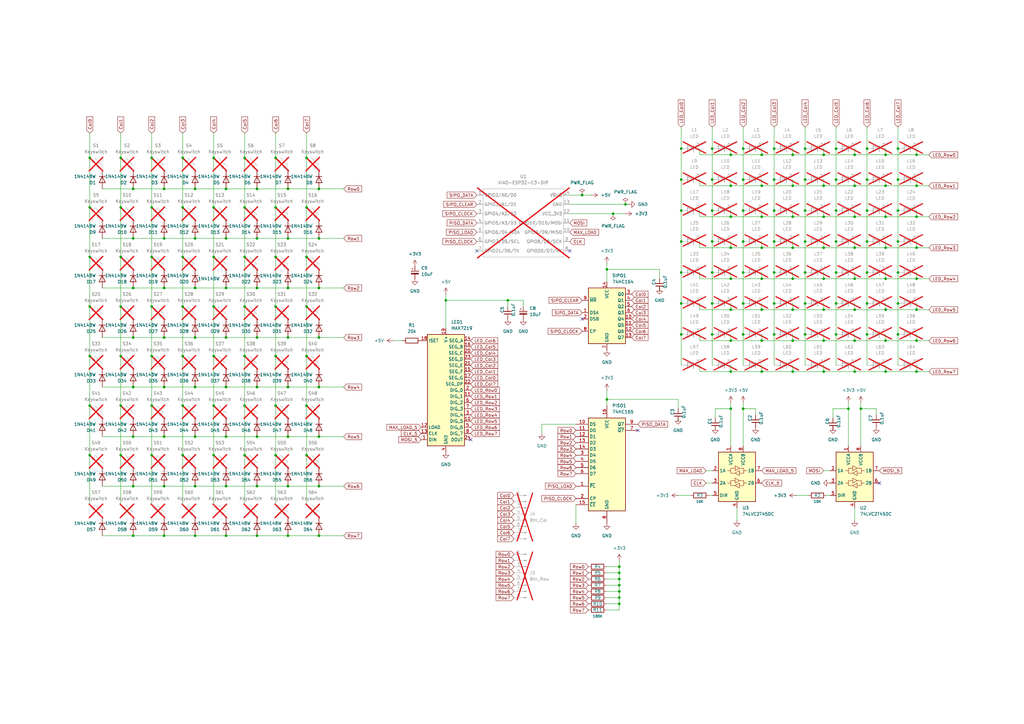
<source format=kicad_sch>
(kicad_sch (version 20250114) (generator "eeschema") (generator_version "9.0")
  (paper "A3")
  (junction (at 113.03 125.73))
  (junction (at 118.11 118.11))
  (junction (at 67.31 219.71))
  (junction (at 130.81 158.75))
  (junction (at 342.9 60.96))
  (junction (at 74.93 146.05))
  (junction (at 279.4 99.06))
  (junction (at 130.81 199.39))
  (junction (at 62.23 186.69))
  (junction (at 304.8 99.06))
  (junction (at 350.52 114.3))
  (junction (at 325.12 139.7))
  (junction (at 80.01 118.11))
  (junction (at 113.03 186.69))
  (junction (at 36.83 125.73))
  (junction (at 337.82 101.6))
  (junction (at 54.61 138.43))
  (junction (at 87.63 166.37))
  (junction (at 363.22 88.9))
  (junction (at 130.81 97.79))
  (junction (at 80.01 158.75))
  (junction (at 363.22 114.3))
  (junction (at 118.11 77.47))
  (junction (at 49.53 146.05))
  (junction (at 105.41 219.71))
  (junction (at 312.42 152.4))
  (junction (at 350.52 152.4))
  (junction (at 105.41 118.11))
  (junction (at 62.23 125.73))
  (junction (at 363.22 139.7))
  (junction (at 375.92 114.3))
  (junction (at 105.41 199.39))
  (junction (at 80.01 77.47))
  (junction (at 325.12 88.9))
  (junction (at 182.88 123.19))
  (junction (at 100.33 146.05))
  (junction (at 100.33 85.09))
  (junction (at 105.41 158.75))
  (junction (at 74.93 186.69))
  (junction (at 118.11 138.43))
  (junction (at 113.03 105.41))
  (junction (at 130.81 179.07))
  (junction (at 368.3 86.36))
  (junction (at 125.73 64.77))
  (junction (at 105.41 97.79))
  (junction (at 36.83 186.69))
  (junction (at 312.42 88.9))
  (junction (at 299.72 127))
  (junction (at 125.73 166.37))
  (junction (at 54.61 179.07))
  (junction (at 330.2 86.36))
  (junction (at 254 237.49))
  (junction (at 118.11 97.79))
  (junction (at 92.71 118.11))
  (junction (at 312.42 127))
  (junction (at 254 242.57))
  (junction (at 325.12 114.3))
  (junction (at 375.92 76.2))
  (junction (at 54.61 118.11))
  (junction (at 330.2 137.16))
  (junction (at 62.23 64.77))
  (junction (at 350.52 63.5))
  (junction (at 279.4 60.96))
  (junction (at 248.92 110.49))
  (junction (at 118.11 199.39))
  (junction (at 74.93 64.77))
  (junction (at 125.73 125.73))
  (junction (at 325.12 152.4))
  (junction (at 337.82 139.7))
  (junction (at 299.72 101.6))
  (junction (at 113.03 146.05))
  (junction (at 36.83 64.77))
  (junction (at 350.52 88.9))
  (junction (at 317.5 111.76))
  (junction (at 248.92 163.83))
  (junction (at 363.22 127))
  (junction (at 279.4 124.46))
  (junction (at 92.71 158.75))
  (junction (at 80.01 179.07))
  (junction (at 337.82 127))
  (junction (at 317.5 73.66))
  (junction (at 337.82 63.5))
  (junction (at 368.3 124.46))
  (junction (at 350.52 127))
  (junction (at 325.12 127))
  (junction (at 74.93 85.09))
  (junction (at 317.5 86.36))
  (junction (at 355.6 86.36))
  (junction (at 375.92 139.7))
  (junction (at 317.5 124.46))
  (junction (at 330.2 99.06))
  (junction (at 299.72 63.5))
  (junction (at 292.1 124.46))
  (junction (at 130.81 118.11))
  (junction (at 368.3 111.76))
  (junction (at 80.01 138.43))
  (junction (at 325.12 101.6))
  (junction (at 254 240.03))
  (junction (at 36.83 146.05))
  (junction (at 36.83 105.41))
  (junction (at 342.9 137.16))
  (junction (at 330.2 111.76))
  (junction (at 113.03 166.37))
  (junction (at 254 247.65))
  (junction (at 330.2 60.96))
  (junction (at 49.53 105.41))
  (junction (at 92.71 179.07))
  (junction (at 105.41 77.47))
  (junction (at 363.22 101.6))
  (junction (at 92.71 77.47))
  (junction (at 92.71 199.39))
  (junction (at 312.42 76.2))
  (junction (at 54.61 158.75))
  (junction (at 342.9 73.66))
  (junction (at 87.63 105.41))
  (junction (at 67.31 158.75))
  (junction (at 125.73 105.41))
  (junction (at 279.4 86.36))
  (junction (at 342.9 99.06))
  (junction (at 62.23 105.41))
  (junction (at 304.8 60.96))
  (junction (at 355.6 73.66))
  (junction (at 304.8 124.46))
  (junction (at 355.6 99.06))
  (junction (at 254 234.95))
  (junction (at 251.46 87.63))
  (junction (at 337.82 76.2))
  (junction (at 299.72 76.2))
  (junction (at 130.81 77.47))
  (junction (at 54.61 199.39))
  (junction (at 299.72 139.7))
  (junction (at 375.92 152.4))
  (junction (at 363.22 152.4))
  (junction (at 363.22 76.2))
  (junction (at 279.4 73.66))
  (junction (at 54.61 219.71))
  (junction (at 355.6 124.46))
  (junction (at 368.3 60.96))
  (junction (at 337.82 114.3))
  (junction (at 292.1 137.16))
  (junction (at 100.33 125.73))
  (junction (at 67.31 138.43))
  (junction (at 125.73 186.69))
  (junction (at 299.72 152.4))
  (junction (at 87.63 125.73))
  (junction (at 304.8 167.64))
  (junction (at 36.83 85.09))
  (junction (at 312.42 101.6))
  (junction (at 113.03 64.77))
  (junction (at 292.1 73.66))
  (junction (at 125.73 146.05))
  (junction (at 113.03 85.09))
  (junction (at 292.1 60.96))
  (junction (at 49.53 125.73))
  (junction (at 350.52 101.6))
  (junction (at 92.71 138.43))
  (junction (at 355.6 137.16))
  (junction (at 355.6 60.96))
  (junction (at 62.23 166.37))
  (junction (at 80.01 219.71))
  (junction (at 330.2 73.66))
  (junction (at 54.61 97.79))
  (junction (at 74.93 166.37))
  (junction (at 342.9 86.36))
  (junction (at 353.06 167.64))
  (junction (at 100.33 166.37))
  (junction (at 304.8 73.66))
  (junction (at 292.1 111.76))
  (junction (at 238.76 80.01))
  (junction (at 317.5 60.96))
  (junction (at 67.31 179.07))
  (junction (at 342.9 124.46))
  (junction (at 347.98 167.64))
  (junction (at 87.63 64.77))
  (junction (at 337.82 152.4))
  (junction (at 279.4 137.16))
  (junction (at 67.31 118.11))
  (junction (at 105.41 179.07))
  (junction (at 118.11 179.07))
  (junction (at 100.33 105.41))
  (junction (at 350.52 76.2))
  (junction (at 87.63 146.05))
  (junction (at 350.52 139.7))
  (junction (at 87.63 186.69))
  (junction (at 254 245.11))
  (junction (at 292.1 86.36))
  (junction (at 87.63 85.09))
  (junction (at 92.71 97.79))
  (junction (at 49.53 166.37))
  (junction (at 375.92 101.6))
  (junction (at 130.81 219.71))
  (junction (at 368.3 99.06))
  (junction (at 317.5 137.16))
  (junction (at 325.12 76.2))
  (junction (at 36.83 166.37))
  (junction (at 67.31 77.47))
  (junction (at 363.22 63.5))
  (junction (at 125.73 85.09))
  (junction (at 368.3 137.16))
  (junction (at 74.93 125.73))
  (junction (at 304.8 111.76))
  (junction (at 304.8 86.36))
  (junction (at 105.41 138.43))
  (junction (at 208.28 123.19))
  (junction (at 74.93 105.41))
  (junction (at 330.2 124.46))
  (junction (at 118.11 158.75))
  (junction (at 317.5 99.06))
  (junction (at 304.8 137.16))
  (junction (at 130.81 138.43))
  (junction (at 256.54 83.82))
  (junction (at 299.72 88.9))
  (junction (at 337.82 88.9))
  (junction (at 67.31 97.79))
  (junction (at 375.92 63.5))
  (junction (at 279.4 111.76))
  (junction (at 355.6 111.76))
  (junction (at 375.92 88.9))
  (junction (at 299.72 167.64))
  (junction (at 92.71 219.71))
  (junction (at 62.23 85.09))
  (junction (at 67.31 199.39))
  (junction (at 80.01 97.79))
  (junction (at 118.11 219.71))
  (junction (at 100.33 64.77))
  (junction (at 49.53 85.09))
  (junction (at 49.53 186.69))
  (junction (at 312.42 63.5))
  (junction (at 49.53 64.77))
  (junction (at 292.1 99.06))
  (junction (at 80.01 199.39))
  (junction (at 312.42 139.7))
  (junction (at 312.42 114.3))
  (junction (at 254 232.41))
  (junction (at 299.72 114.3))
  (junction (at 375.92 127))
  (junction (at 325.12 63.5))
  (junction (at 368.3 73.66))
  (junction (at 62.23 146.05))
  (junction (at 54.61 77.47))
  (junction (at 342.9 111.76))
  (junction (at 100.33 186.69))
  (no_connect (at 195.58 102.87))
  (no_connect (at 233.68 102.87))
  (no_connect (at 238.76 130.81))
  (no_connect (at 360.68 198.12))
  (no_connect (at 261.62 176.53))
  (no_connect (at 193.04 180.34))
  (wire (pts (xy 363.22 76.2) (xy 375.92 76.2)))
  (wire (pts (xy 363.22 152.4) (xy 375.92 152.4)))
  (wire (pts (xy 317.5 86.36) (xy 317.5 99.06)))
  (wire (pts (xy 62.23 64.77) (xy 62.23 85.09)))
  (wire (pts (xy 302.26 213.36) (xy 302.26 208.28)))
  (wire (pts (xy 287.02 60.96) (xy 287.02 63.5)))
  (wire (pts (xy 105.41 158.75) (xy 118.11 158.75)))
  (wire (pts (xy 299.72 63.5) (xy 312.42 63.5)))
  (wire (pts (xy 312.42 86.36) (xy 312.42 88.9)))
  (wire (pts (xy 125.73 186.69) (xy 125.73 207.01)))
  (wire (pts (xy 118.11 179.07) (xy 130.81 179.07)))
  (wire (pts (xy 41.91 138.43) (xy 54.61 138.43)))
  (wire (pts (xy 87.63 166.37) (xy 87.63 186.69)))
  (wire (pts (xy 363.22 86.36) (xy 363.22 88.9)))
  (wire (pts (xy 293.37 167.64) (xy 293.37 171.45)))
  (wire (pts (xy 363.22 88.9) (xy 375.92 88.9)))
  (wire (pts (xy 287.02 127) (xy 299.72 127)))
  (wire (pts (xy 100.33 105.41) (xy 100.33 125.73)))
  (wire (pts (xy 248.92 163.83) (xy 248.92 166.37)))
  (wire (pts (xy 304.8 60.96) (xy 304.8 73.66)))
  (wire (pts (xy 92.71 179.07) (xy 105.41 179.07)))
  (wire (pts (xy 350.52 208.28) (xy 350.52 213.36)))
  (wire (pts (xy 363.22 149.86) (xy 363.22 152.4)))
  (wire (pts (xy 41.91 97.79) (xy 54.61 97.79)))
  (wire (pts (xy 312.42 111.76) (xy 312.42 114.3)))
  (wire (pts (xy 80.01 138.43) (xy 92.71 138.43)))
  (wire (pts (xy 337.82 88.9) (xy 350.52 88.9)))
  (wire (pts (xy 317.5 137.16) (xy 317.5 149.86)))
  (wire (pts (xy 80.01 97.79) (xy 92.71 97.79)))
  (wire (pts (xy 337.82 86.36) (xy 337.82 88.9)))
  (wire (pts (xy 304.8 167.64) (xy 304.8 182.88)))
  (wire (pts (xy 254 240.03) (xy 254 242.57)))
  (wire (pts (xy 118.11 199.39) (xy 130.81 199.39)))
  (wire (pts (xy 347.98 167.64) (xy 347.98 182.88)))
  (wire (pts (xy 363.22 111.76) (xy 363.22 114.3)))
  (wire (pts (xy 100.33 146.05) (xy 100.33 166.37)))
  (wire (pts (xy 337.82 76.2) (xy 350.52 76.2)))
  (wire (pts (xy 105.41 219.71) (xy 118.11 219.71)))
  (wire (pts (xy 342.9 99.06) (xy 342.9 111.76)))
  (wire (pts (xy 100.33 54.61) (xy 100.33 64.77)))
  (wire (pts (xy 279.4 99.06) (xy 279.4 111.76)))
  (wire (pts (xy 113.03 85.09) (xy 113.03 105.41)))
  (wire (pts (xy 353.06 167.64) (xy 359.41 167.64)))
  (wire (pts (xy 208.28 123.19) (xy 214.63 123.19)))
  (wire (pts (xy 350.52 114.3) (xy 363.22 114.3)))
  (wire (pts (xy 238.76 80.01) (xy 233.68 80.01)))
  (wire (pts (xy 312.42 101.6) (xy 325.12 101.6)))
  (wire (pts (xy 375.92 124.46) (xy 375.92 127)))
  (wire (pts (xy 100.33 166.37) (xy 100.33 186.69)))
  (wire (pts (xy 41.91 179.07) (xy 54.61 179.07)))
  (wire (pts (xy 87.63 85.09) (xy 87.63 105.41)))
  (wire (pts (xy 325.12 111.76) (xy 325.12 114.3)))
  (wire (pts (xy 287.02 149.86) (xy 287.02 152.4)))
  (wire (pts (xy 287.02 86.36) (xy 287.02 88.9)))
  (wire (pts (xy 62.23 85.09) (xy 62.23 105.41)))
  (wire (pts (xy 347.98 165.1) (xy 347.98 167.64)))
  (wire (pts (xy 182.88 120.65) (xy 182.88 123.19)))
  (wire (pts (xy 182.88 123.19) (xy 182.88 134.62)))
  (wire (pts (xy 130.81 118.11) (xy 140.97 118.11)))
  (wire (pts (xy 363.22 63.5) (xy 375.92 63.5)))
  (wire (pts (xy 49.53 54.61) (xy 49.53 64.77)))
  (wire (pts (xy 330.2 73.66) (xy 330.2 86.36)))
  (wire (pts (xy 304.8 167.64) (xy 309.88 167.64)))
  (wire (pts (xy 54.61 199.39) (xy 67.31 199.39)))
  (wire (pts (xy 350.52 63.5) (xy 363.22 63.5)))
  (wire (pts (xy 242.57 80.01) (xy 238.76 80.01)))
  (wire (pts (xy 248.92 234.95) (xy 254 234.95)))
  (wire (pts (xy 299.72 127) (xy 312.42 127)))
  (wire (pts (xy 299.72 111.76) (xy 299.72 114.3)))
  (wire (pts (xy 350.52 139.7) (xy 363.22 139.7)))
  (wire (pts (xy 49.53 125.73) (xy 49.53 146.05)))
  (wire (pts (xy 118.11 97.79) (xy 130.81 97.79)))
  (wire (pts (xy 236.22 214.63) (xy 236.22 207.01)))
  (wire (pts (xy 375.92 114.3) (xy 381 114.3)))
  (wire (pts (xy 337.82 137.16) (xy 337.82 139.7)))
  (wire (pts (xy 113.03 146.05) (xy 113.03 166.37)))
  (wire (pts (xy 36.83 105.41) (xy 36.83 125.73)))
  (wire (pts (xy 49.53 64.77) (xy 49.53 85.09)))
  (wire (pts (xy 375.92 137.16) (xy 375.92 139.7)))
  (wire (pts (xy 87.63 64.77) (xy 87.63 85.09)))
  (wire (pts (xy 36.83 125.73) (xy 36.83 146.05)))
  (wire (pts (xy 49.53 85.09) (xy 49.53 105.41)))
  (wire (pts (xy 67.31 138.43) (xy 80.01 138.43)))
  (wire (pts (xy 299.72 167.64) (xy 299.72 182.88)))
  (wire (pts (xy 279.4 52.07) (xy 279.4 60.96)))
  (wire (pts (xy 80.01 158.75) (xy 92.71 158.75)))
  (wire (pts (xy 368.3 86.36) (xy 368.3 99.06)))
  (wire (pts (xy 317.5 124.46) (xy 317.5 137.16)))
  (wire (pts (xy 36.83 54.61) (xy 36.83 64.77)))
  (wire (pts (xy 100.33 125.73) (xy 100.33 146.05)))
  (wire (pts (xy 325.12 152.4) (xy 337.82 152.4)))
  (wire (pts (xy 325.12 149.86) (xy 325.12 152.4)))
  (wire (pts (xy 325.12 60.96) (xy 325.12 63.5)))
  (wire (pts (xy 337.82 139.7) (xy 350.52 139.7)))
  (wire (pts (xy 256.54 87.63) (xy 251.46 87.63)))
  (wire (pts (xy 67.31 158.75) (xy 80.01 158.75)))
  (wire (pts (xy 80.01 219.71) (xy 92.71 219.71)))
  (wire (pts (xy 350.52 101.6) (xy 363.22 101.6)))
  (wire (pts (xy 279.4 111.76) (xy 279.4 124.46)))
  (wire (pts (xy 100.33 85.09) (xy 100.33 105.41)))
  (wire (pts (xy 363.22 114.3) (xy 375.92 114.3)))
  (wire (pts (xy 330.2 99.06) (xy 330.2 111.76)))
  (wire (pts (xy 375.92 88.9) (xy 381 88.9)))
  (wire (pts (xy 317.5 111.76) (xy 317.5 124.46)))
  (wire (pts (xy 54.61 118.11) (xy 67.31 118.11)))
  (wire (pts (xy 41.91 77.47) (xy 54.61 77.47)))
  (wire (pts (xy 92.71 219.71) (xy 105.41 219.71)))
  (wire (pts (xy 287.02 101.6) (xy 299.72 101.6)))
  (wire (pts (xy 222.25 173.99) (xy 236.22 173.99)))
  (wire (pts (xy 54.61 179.07) (xy 67.31 179.07)))
  (wire (pts (xy 330.2 124.46) (xy 330.2 137.16)))
  (wire (pts (xy 309.88 167.64) (xy 309.88 170.18)))
  (wire (pts (xy 375.92 101.6) (xy 363.22 101.6)))
  (wire (pts (xy 62.23 166.37) (xy 62.23 186.69)))
  (wire (pts (xy 62.23 125.73) (xy 62.23 146.05)))
  (wire (pts (xy 350.52 124.46) (xy 350.52 127)))
  (wire (pts (xy 337.82 152.4) (xy 350.52 152.4)))
  (wire (pts (xy 92.71 118.11) (xy 105.41 118.11)))
  (wire (pts (xy 248.92 160.02) (xy 248.92 163.83)))
  (wire (pts (xy 287.02 124.46) (xy 287.02 127)))
  (wire (pts (xy 368.3 111.76) (xy 368.3 124.46)))
  (wire (pts (xy 292.1 137.16) (xy 292.1 149.86)))
  (wire (pts (xy 87.63 146.05) (xy 87.63 166.37)))
  (wire (pts (xy 317.5 99.06) (xy 317.5 111.76)))
  (wire (pts (xy 342.9 86.36) (xy 342.9 99.06)))
  (wire (pts (xy 341.63 171.45) (xy 341.63 167.64)))
  (wire (pts (xy 125.73 64.77) (xy 125.73 85.09)))
  (wire (pts (xy 342.9 52.07) (xy 342.9 60.96)))
  (wire (pts (xy 248.92 245.11) (xy 254 245.11)))
  (wire (pts (xy 254 229.87) (xy 254 232.41)))
  (wire (pts (xy 312.42 73.66) (xy 312.42 76.2)))
  (wire (pts (xy 312.42 60.96) (xy 312.42 63.5)))
  (wire (pts (xy 312.42 124.46) (xy 312.42 127)))
  (wire (pts (xy 292.1 99.06) (xy 292.1 111.76)))
  (wire (pts (xy 342.9 60.96) (xy 342.9 73.66)))
  (wire (pts (xy 251.46 87.63) (xy 233.68 87.63)))
  (wire (pts (xy 312.42 63.5) (xy 325.12 63.5)))
  (wire (pts (xy 100.33 64.77) (xy 100.33 85.09)))
  (wire (pts (xy 287.02 63.5) (xy 299.72 63.5)))
  (wire (pts (xy 375.92 152.4) (xy 381 152.4)))
  (wire (pts (xy 317.5 52.07) (xy 317.5 60.96)))
  (wire (pts (xy 74.93 85.09) (xy 74.93 105.41)))
  (wire (pts (xy 342.9 137.16) (xy 342.9 149.86)))
  (wire (pts (xy 130.81 179.07) (xy 140.97 179.07)))
  (wire (pts (xy 41.91 199.39) (xy 54.61 199.39)))
  (wire (pts (xy 278.13 172.72) (xy 278.13 171.45)))
  (wire (pts (xy 67.31 219.71) (xy 80.01 219.71)))
  (wire (pts (xy 350.52 99.06) (xy 350.52 101.6)))
  (wire (pts (xy 293.37 176.53) (xy 293.37 175.26)))
  (wire (pts (xy 363.22 127) (xy 375.92 127)))
  (wire (pts (xy 312.42 152.4) (xy 325.12 152.4)))
  (wire (pts (xy 87.63 105.41) (xy 87.63 125.73)))
  (wire (pts (xy 254 237.49) (xy 254 240.03)))
  (wire (pts (xy 125.73 146.05) (xy 125.73 166.37)))
  (wire (pts (xy 375.92 149.86) (xy 375.92 152.4)))
  (wire (pts (xy 355.6 52.07) (xy 355.6 60.96)))
  (wire (pts (xy 254 250.19) (xy 248.92 250.19)))
  (wire (pts (xy 257.81 83.82) (xy 256.54 83.82)))
  (wire (pts (xy 279.4 137.16) (xy 279.4 149.86)))
  (wire (pts (xy 270.51 119.38) (xy 270.51 118.11)))
  (wire (pts (xy 350.52 152.4) (xy 363.22 152.4)))
  (wire (pts (xy 80.01 118.11) (xy 92.71 118.11)))
  (wire (pts (xy 304.8 52.07) (xy 304.8 60.96)))
  (wire (pts (xy 279.4 86.36) (xy 279.4 99.06)))
  (wire (pts (xy 92.71 97.79) (xy 105.41 97.79)))
  (wire (pts (xy 125.73 166.37) (xy 125.73 186.69)))
  (wire (pts (xy 292.1 86.36) (xy 292.1 99.06)))
  (wire (pts (xy 355.6 73.66) (xy 355.6 86.36)))
  (wire (pts (xy 337.82 99.06) (xy 337.82 101.6)))
  (wire (pts (xy 304.8 165.1) (xy 304.8 167.64)))
  (wire (pts (xy 350.52 149.86) (xy 350.52 152.4)))
  (wire (pts (xy 299.72 165.1) (xy 299.72 167.64)))
  (wire (pts (xy 74.93 105.41) (xy 74.93 125.73)))
  (wire (pts (xy 312.42 137.16) (xy 312.42 139.7)))
  (wire (pts (xy 325.12 63.5) (xy 337.82 63.5)))
  (wire (pts (xy 299.72 86.36) (xy 299.72 88.9)))
  (wire (pts (xy 36.83 166.37) (xy 36.83 186.69)))
  (wire (pts (xy 279.4 60.96) (xy 279.4 73.66)))
  (wire (pts (xy 375.92 63.5) (xy 381 63.5)))
  (wire (pts (xy 130.81 97.79) (xy 140.97 97.79)))
  (wire (pts (xy 325.12 114.3) (xy 337.82 114.3)))
  (wire (pts (xy 254 247.65) (xy 254 250.19)))
  (wire (pts (xy 325.12 139.7) (xy 337.82 139.7)))
  (wire (pts (xy 330.2 86.36) (xy 330.2 99.06)))
  (wire (pts (xy 287.02 137.16) (xy 287.02 139.7)))
  (wire (pts (xy 248.92 107.95) (xy 248.92 110.49)))
  (wire (pts (xy 375.92 127) (xy 381 127)))
  (wire (pts (xy 287.02 76.2) (xy 299.72 76.2)))
  (wire (pts (xy 41.91 219.71) (xy 54.61 219.71)))
  (wire (pts (xy 292.1 111.76) (xy 292.1 124.46)))
  (wire (pts (xy 54.61 138.43) (xy 67.31 138.43)))
  (wire (pts (xy 292.1 52.07) (xy 292.1 60.96)))
  (wire (pts (xy 278.13 163.83) (xy 248.92 163.83)))
  (wire (pts (xy 353.06 165.1) (xy 353.06 167.64)))
  (wire (pts (xy 130.81 219.71) (xy 140.97 219.71)))
  (wire (pts (xy 355.6 60.96) (xy 355.6 73.66)))
  (wire (pts (xy 67.31 97.79) (xy 80.01 97.79)))
  (wire (pts (xy 325.12 88.9) (xy 337.82 88.9)))
  (wire (pts (xy 312.42 149.86) (xy 312.42 152.4)))
  (wire (pts (xy 325.12 76.2) (xy 337.82 76.2)))
  (wire (pts (xy 278.13 163.83) (xy 278.13 167.64)))
  (wire (pts (xy 118.11 138.43) (xy 130.81 138.43)))
  (wire (pts (xy 214.63 123.19) (xy 214.63 125.73)))
  (wire (pts (xy 87.63 125.73) (xy 87.63 146.05)))
  (wire (pts (xy 341.63 167.64) (xy 347.98 167.64)))
  (wire (pts (xy 363.22 60.96) (xy 363.22 63.5)))
  (wire (pts (xy 363.22 73.66) (xy 363.22 76.2)))
  (wire (pts (xy 248.92 242.57) (xy 254 242.57)))
  (wire (pts (xy 92.71 77.47) (xy 105.41 77.47)))
  (wire (pts (xy 248.92 237.49) (xy 254 237.49)))
  (wire (pts (xy 337.82 73.66) (xy 337.82 76.2)))
  (wire (pts (xy 289.56 193.04) (xy 292.1 193.04)))
  (wire (pts (xy 304.8 73.66) (xy 304.8 86.36)))
  (wire (pts (xy 105.41 199.39) (xy 118.11 199.39)))
  (wire (pts (xy 299.72 139.7) (xy 312.42 139.7)))
  (wire (pts (xy 287.02 73.66) (xy 287.02 76.2)))
  (wire (pts (xy 342.9 73.66) (xy 342.9 86.36)))
  (wire (pts (xy 368.3 73.66) (xy 368.3 86.36)))
  (wire (pts (xy 325.12 137.16) (xy 325.12 139.7)))
  (wire (pts (xy 113.03 54.61) (xy 113.03 64.77)))
  (wire (pts (xy 130.81 138.43) (xy 140.97 138.43)))
  (wire (pts (xy 74.93 54.61) (xy 74.93 64.77)))
  (wire (pts (xy 363.22 139.7) (xy 375.92 139.7)))
  (wire (pts (xy 287.02 88.9) (xy 299.72 88.9)))
  (wire (pts (xy 375.92 86.36) (xy 375.92 88.9)))
  (wire (pts (xy 113.03 186.69) (xy 113.03 207.01)))
  (wire (pts (xy 355.6 86.36) (xy 355.6 99.06)))
  (wire (pts (xy 54.61 97.79) (xy 67.31 97.79)))
  (wire (pts (xy 304.8 111.76) (xy 304.8 124.46)))
  (wire (pts (xy 368.3 137.16) (xy 368.3 149.86)))
  (wire (pts (xy 337.82 111.76) (xy 337.82 114.3)))
  (wire (pts (xy 62.23 186.69) (xy 62.23 207.01)))
  (wire (pts (xy 299.72 88.9) (xy 312.42 88.9)))
  (wire (pts (xy 350.52 76.2) (xy 363.22 76.2)))
  (wire (pts (xy 182.88 123.19) (xy 208.28 123.19)))
  (wire (pts (xy 254 232.41) (xy 254 234.95)))
  (wire (pts (xy 92.71 199.39) (xy 105.41 199.39)))
  (wire (pts (xy 304.8 137.16) (xy 304.8 149.86)))
  (wire (pts (xy 368.3 124.46) (xy 368.3 137.16)))
  (wire (pts (xy 54.61 77.47) (xy 67.31 77.47)))
  (wire (pts (xy 312.42 88.9) (xy 325.12 88.9)))
  (wire (pts (xy 92.71 158.75) (xy 105.41 158.75)))
  (wire (pts (xy 337.82 124.46) (xy 337.82 127)))
  (wire (pts (xy 337.82 63.5) (xy 350.52 63.5)))
  (wire (pts (xy 74.93 166.37) (xy 74.93 186.69)))
  (wire (pts (xy 375.92 76.2) (xy 381 76.2)))
  (wire (pts (xy 355.6 137.16) (xy 355.6 149.86)))
  (wire (pts (xy 248.92 232.41) (xy 254 232.41)))
  (wire (pts (xy 125.73 105.41) (xy 125.73 125.73)))
  (wire (pts (xy 125.73 125.73) (xy 125.73 146.05)))
  (wire (pts (xy 337.82 193.04) (xy 340.36 193.04)))
  (wire (pts (xy 350.52 111.76) (xy 350.52 114.3)))
  (wire (pts (xy 312.42 139.7) (xy 325.12 139.7)))
  (wire (pts (xy 256.54 83.82) (xy 233.68 83.82)))
  (wire (pts (xy 325.12 86.36) (xy 325.12 88.9)))
  (wire (pts (xy 299.72 114.3) (xy 312.42 114.3)))
  (wire (pts (xy 62.23 54.61) (xy 62.23 64.77)))
  (wire (pts (xy 130.81 158.75) (xy 140.97 158.75)))
  (wire (pts (xy 330.2 137.16) (xy 330.2 149.86)))
  (wire (pts (xy 254 245.11) (xy 254 247.65)))
  (wire (pts (xy 299.72 60.96) (xy 299.72 63.5)))
  (wire (pts (xy 279.4 124.46) (xy 279.4 137.16)))
  (wire (pts (xy 248.92 240.03) (xy 254 240.03)))
  (wire (pts (xy 375.92 60.96) (xy 375.92 63.5)))
  (wire (pts (xy 299.72 76.2) (xy 312.42 76.2)))
  (wire (pts (xy 290.83 203.2) (xy 292.1 203.2)))
  (wire (pts (xy 325.12 127) (xy 337.82 127)))
  (wire (pts (xy 36.83 85.09) (xy 36.83 105.41)))
  (wire (pts (xy 330.2 111.76) (xy 330.2 124.46)))
  (wire (pts (xy 105.41 118.11) (xy 118.11 118.11)))
  (wire (pts (xy 41.91 158.75) (xy 54.61 158.75)))
  (wire (pts (xy 130.81 77.47) (xy 140.97 77.47)))
  (wire (pts (xy 299.72 73.66) (xy 299.72 76.2)))
  (wire (pts (xy 299.72 124.46) (xy 299.72 127)))
  (wire (pts (xy 325.12 99.06) (xy 325.12 101.6)))
  (wire (pts (xy 248.92 110.49) (xy 270.51 110.49)))
  (wire (pts (xy 36.83 64.77) (xy 36.83 85.09)))
  (wire (pts (xy 54.61 158.75) (xy 67.31 158.75)))
  (wire (pts (xy 125.73 85.09) (xy 125.73 105.41)))
  (wire (pts (xy 317.5 60.96) (xy 317.5 73.66)))
  (wire (pts (xy 49.53 186.69) (xy 49.53 207.01)))
  (wire (pts (xy 299.72 152.4) (xy 312.42 152.4)))
  (wire (pts (xy 330.2 52.07) (xy 330.2 60.96)))
  (wire (pts (xy 304.8 124.46) (xy 304.8 137.16)))
  (wire (pts (xy 363.22 99.06) (xy 363.22 101.6)))
  (wire (pts (xy 304.8 86.36) (xy 304.8 99.06)))
  (wire (pts (xy 355.6 99.06) (xy 355.6 111.76)))
  (wire (pts (xy 359.41 167.64) (xy 359.41 170.18)))
  (wire (pts (xy 67.31 77.47) (xy 80.01 77.47)))
  (wire (pts (xy 80.01 199.39) (xy 92.71 199.39)))
  (wire (pts (xy 125.73 54.61) (xy 125.73 64.77)))
  (wire (pts (xy 287.02 152.4) (xy 299.72 152.4)))
  (wire (pts (xy 113.03 64.77) (xy 113.03 85.09)))
  (wire (pts (xy 317.5 73.66) (xy 317.5 86.36)))
  (wire (pts (xy 304.8 99.06) (xy 304.8 111.76)))
  (wire (pts (xy 312.42 127) (xy 325.12 127)))
  (wire (pts (xy 130.81 199.39) (xy 140.97 199.39)))
  (wire (pts (xy 337.82 60.96) (xy 337.82 63.5)))
  (wire (pts (xy 270.51 110.49) (xy 270.51 114.3)))
  (wire (pts (xy 113.03 125.73) (xy 113.03 146.05)))
  (wire (pts (xy 118.11 77.47) (xy 130.81 77.47)))
  (wire (pts (xy 49.53 166.37) (xy 49.53 186.69)))
  (wire (pts (xy 62.23 146.05) (xy 62.23 166.37)))
  (wire (pts (xy 278.13 203.2) (xy 283.21 203.2)))
  (wire (pts (xy 49.53 105.41) (xy 49.53 125.73)))
  (wire (pts (xy 36.83 186.69) (xy 36.83 207.01)))
  (wire (pts (xy 299.72 101.6) (xy 312.42 101.6)))
  (wire (pts (xy 49.53 146.05) (xy 49.53 166.37)))
  (wire (pts (xy 337.82 114.3) (xy 350.52 114.3)))
  (wire (pts (xy 337.82 127) (xy 350.52 127)))
  (wire (pts (xy 350.52 60.96) (xy 350.52 63.5)))
  (wire (pts (xy 299.72 149.86) (xy 299.72 152.4)))
  (wire (pts (xy 287.02 114.3) (xy 299.72 114.3)))
  (wire (pts (xy 80.01 77.47) (xy 92.71 77.47)))
  (wire (pts (xy 113.03 105.41) (xy 113.03 125.73)))
  (wire (pts (xy 312.42 114.3) (xy 325.12 114.3)))
  (wire (pts (xy 325.12 101.6) (xy 337.82 101.6)))
  (wire (pts (xy 350.52 127) (xy 363.22 127)))
  (wire (pts (xy 105.41 138.43) (xy 118.11 138.43)))
  (wire (pts (xy 292.1 60.96) (xy 292.1 73.66)))
  (wire (pts (xy 105.41 97.79) (xy 118.11 97.79)))
  (wire (pts (xy 80.01 179.07) (xy 92.71 179.07)))
  (wire (pts (xy 248.92 110.49) (xy 248.92 115.57)))
  (wire (pts (xy 292.1 73.66) (xy 292.1 86.36)))
  (wire (pts (xy 287.02 99.06) (xy 287.02 101.6)))
  (wire (pts (xy 368.3 60.96) (xy 368.3 73.66)))
  (wire (pts (xy 279.4 73.66) (xy 279.4 86.36)))
  (wire (pts (xy 118.11 219.71) (xy 130.81 219.71)))
  (wire (pts (xy 41.91 118.11) (xy 54.61 118.11)))
  (wire (pts (xy 36.83 146.05) (xy 36.83 166.37)))
  (wire (pts (xy 353.06 167.64) (xy 353.06 182.88)))
  (wire (pts (xy 254 234.95) (xy 254 237.49)))
  (wire (pts (xy 350.52 73.66) (xy 350.52 76.2)))
  (wire (pts (xy 67.31 118.11) (xy 80.01 118.11)))
  (wire (pts (xy 67.31 199.39) (xy 80.01 199.39)))
  (wire (pts (xy 254 242.57) (xy 254 245.11)))
  (wire (pts (xy 74.93 64.77) (xy 74.93 85.09)))
  (wire (pts (xy 339.09 203.2) (xy 340.36 203.2)))
  (wire (pts (xy 375.92 111.76) (xy 375.92 114.3)))
  (wire (pts (xy 325.12 73.66) (xy 325.12 76.2)))
  (wire (pts (xy 363.22 137.16) (xy 363.22 139.7)))
  (wire (pts (xy 350.52 86.36) (xy 350.52 88.9)))
  (wire (pts (xy 87.63 186.69) (xy 87.63 207.01)))
  (wire (pts (xy 326.39 203.2) (xy 331.47 203.2)))
  (wire (pts (xy 292.1 124.46) (xy 292.1 137.16)))
  (wire (pts (xy 118.11 158.75) (xy 130.81 158.75)))
  (wire (pts (xy 299.72 99.06) (xy 299.72 101.6)))
  (wire (pts (xy 67.31 179.07) (xy 80.01 179.07)))
  (wire (pts (xy 113.03 166.37) (xy 113.03 186.69)))
  (wire (pts (xy 105.41 179.07) (xy 118.11 179.07)))
  (wire (pts (xy 368.3 52.07) (xy 368.3 60.96)))
  (wire (pts (xy 289.56 198.12) (xy 292.1 198.12)))
  (wire (pts (xy 92.71 138.43) (xy 105.41 138.43)))
  (wire (pts (xy 375.92 99.06) (xy 375.92 101.6)))
  (wire (pts (xy 208.28 123.19) (xy 208.28 125.73)))
  (wire (pts (xy 287.02 139.7) (xy 299.72 139.7)))
  (wire (pts (xy 337.82 149.86) (xy 337.82 152.4)))
  (wire (pts (xy 118.11 118.11) (xy 130.81 118.11)))
  (wire (pts (xy 355.6 111.76) (xy 355.6 124.46)))
  (wire (pts (xy 342.9 111.76) (xy 342.9 124.46)))
  (wire (pts (xy 312.42 76.2) (xy 325.12 76.2)))
  (wire (pts (xy 375.92 139.7) (xy 381 139.7)))
  (wire (pts (xy 54.61 219.71) (xy 67.31 219.71)))
  (wire (pts (xy 87.63 54.61) (xy 87.63 64.77)))
  (wire (pts (xy 299.72 137.16) (xy 299.72 139.7)))
  (wire (pts (xy 161.29 139.7) (xy 165.1 139.7)))
  (wire (pts (xy 293.37 167.64) (xy 299.72 167.64)))
  (wire (pts (xy 100.33 186.69) (xy 100.33 207.01)))
  (wire (pts (xy 325.12 124.46) (xy 325.12 127)))
  (wire (pts (xy 342.9 124.46) (xy 342.9 137.16)))
  (wire (pts (xy 74.93 186.69) (xy 74.93 207.01)))
  (wire (pts (xy 105.41 77.47) (xy 118.11 77.47)))
  (wire (pts (xy 287.02 111.76) (xy 287.02 114.3)))
  (wire (pts (xy 350.52 88.9) (xy 363.22 88.9)))
  (wire (pts (xy 337.82 101.6) (xy 350.52 101.6)))
  (wire (pts (xy 368.3 99.06) (xy 368.3 111.76)))
  (wire (pts (xy 62.23 105.41) (xy 62.23 125.73)))
  (wire (pts (xy 312.42 99.06) (xy 312.42 101.6)))
  (wire (pts (xy 350.52 137.16) (xy 350.52 139.7)))
  (wire (pts (xy 222.25 177.8) (xy 222.25 173.99)))
  (wire (pts (xy 363.22 124.46) (xy 363.22 127)))
  (wire (pts (xy 248.92 247.65) (xy 254 247.65)))
  (wire (pts (xy 74.93 146.05) (xy 74.93 166.37)))
  (wire (pts (xy 375.92 73.66) (xy 375.92 76.2)))
  (wire (pts (xy 355.6 124.46) (xy 355.6 137.16)))
  (wire (pts (xy 74.93 125.73) (xy 74.93 146.05)))
  (wire (pts (xy 381 101.6) (xy 375.92 101.6)))
  (wire (pts (xy 330.2 60.96) (xy 330.2 73.66)))
  (global_label "Col5" (shape input) (at 259.08 133.35 0) (property "Intersheetrefs" "${INTERSHEET_REFS}" (effects (hide yes))))
  (global_label "Row0" (shape input) (at 140.97 77.47 0) (property "Intersheetrefs" "${INTERSHEET_REFS}" (effects (hide yes))))
  (global_label "Row4" (shape input) (at 236.22 186.69 180) (property "Intersheetrefs" "${INTERSHEET_REFS}" (effects (hide yes))))
  (global_label "LED_Row1" (shape input) (at 193.04 162.56 0) (property "Intersheetrefs" "${INTERSHEET_REFS}" (effects (hide yes))))
  (global_label "Row7" (shape input) (at 236.22 194.31 180) (property "Intersheetrefs" "${INTERSHEET_REFS}" (effects (hide yes))))
  (global_label "Col2" (shape input) (at 259.08 125.73 0) (property "Intersheetrefs" "${INTERSHEET_REFS}" (effects (hide yes))))
  (global_label "Col4" (shape input) (at 87.63 54.61 90) (property "Intersheetrefs" "${INTERSHEET_REFS}" (effects (hide yes))))
  (global_label "Col4" (shape input) (at 259.08 130.81 0) (property "Intersheetrefs" "${INTERSHEET_REFS}" (effects (hide yes))))
  (global_label "Col3" (shape input) (at 74.93 54.61 90) (property "Intersheetrefs" "${INTERSHEET_REFS}" (effects (hide yes))))
  (global_label "MOSI_5" (shape input) (at 360.68 193.04 0) (property "Intersheetrefs" "${INTERSHEET_REFS}" (effects (hide yes))))
  (global_label "Row2" (shape input) (at 210.82 232.41 180) (property "Intersheetrefs" "${INTERSHEET_REFS}" (effects (hide yes))))
  (global_label "Row5" (shape input) (at 140.97 179.07 0) (property "Intersheetrefs" "${INTERSHEET_REFS}" (effects (hide yes))))
  (global_label "Row2" (shape input) (at 140.97 118.11 0) (property "Intersheetrefs" "${INTERSHEET_REFS}" (effects (hide yes))))
  (global_label "SIPO_CLOCK" (shape input) (at 238.76 135.89 180) (property "Intersheetrefs" "${INTERSHEET_REFS}" (effects (hide yes))))
  (global_label "Row2" (shape input) (at 236.22 181.61 180) (property "Intersheetrefs" "${INTERSHEET_REFS}" (effects (hide yes))))
  (global_label "Col5" (shape input) (at 210.82 215.9 180) (property "Intersheetrefs" "${INTERSHEET_REFS}" (effects (hide yes))))
  (global_label "LED_Row5" (shape input) (at 193.04 172.72 0) (property "Intersheetrefs" "${INTERSHEET_REFS}" (effects (hide yes))))
  (global_label "PISO_LOAD" (shape input) (at 195.58 95.25 180) (property "Intersheetrefs" "${INTERSHEET_REFS}" (effects (hide yes))))
  (global_label "LED_Col1" (shape input) (at 193.04 152.4 0) (property "Intersheetrefs" "${INTERSHEET_REFS}" (effects (hide yes))))
  (global_label "PISO_DATA" (shape input) (at 195.58 91.44 180) (property "Intersheetrefs" "${INTERSHEET_REFS}" (effects (hide yes))))
  (global_label "Row5" (shape input) (at 210.82 240.03 180) (property "Intersheetrefs" "${INTERSHEET_REFS}" (effects (hide yes))))
  (global_label "Row2" (shape input) (at 241.3 237.49 180) (property "Intersheetrefs" "${INTERSHEET_REFS}" (effects (hide yes))))
  (global_label "Col0" (shape input) (at 210.82 203.2 180) (property "Intersheetrefs" "${INTERSHEET_REFS}" (effects (hide yes))))
  (global_label "PISO_CLOCK" (shape input) (at 195.58 99.06 180) (property "Intersheetrefs" "${INTERSHEET_REFS}" (effects (hide yes))))
  (global_label "LED_Col7" (shape input) (at 368.3 52.07 90) (property "Intersheetrefs" "${INTERSHEET_REFS}" (effects (hide yes))))
  (global_label "Row1" (shape input) (at 236.22 179.07 180) (property "Intersheetrefs" "${INTERSHEET_REFS}" (effects (hide yes))))
  (global_label "LED_Col2" (shape input) (at 193.04 149.86 0) (property "Intersheetrefs" "${INTERSHEET_REFS}" (effects (hide yes))))
  (global_label "LED_Col4" (shape input) (at 193.04 144.78 0) (property "Intersheetrefs" "${INTERSHEET_REFS}" (effects (hide yes))))
  (global_label "LED_Row6" (shape input) (at 193.04 175.26 0) (property "Intersheetrefs" "${INTERSHEET_REFS}" (effects (hide yes))))
  (global_label "SIPO_CLOCK" (shape input) (at 195.58 87.63 180) (property "Intersheetrefs" "${INTERSHEET_REFS}" (effects (hide yes))))
  (global_label "LED_Col3" (shape input) (at 193.04 147.32 0) (property "Intersheetrefs" "${INTERSHEET_REFS}" (effects (hide yes))))
  (global_label "Col0" (shape input) (at 36.83 54.61 90) (property "Intersheetrefs" "${INTERSHEET_REFS}" (effects (hide yes))))
  (global_label "Col3" (shape input) (at 259.08 128.27 0) (property "Intersheetrefs" "${INTERSHEET_REFS}" (effects (hide yes))))
  (global_label "Row5" (shape input) (at 236.22 189.23 180) (property "Intersheetrefs" "${INTERSHEET_REFS}" (effects (hide yes))))
  (global_label "SIPO_DATA" (shape input) (at 195.58 80.01 180) (property "Intersheetrefs" "${INTERSHEET_REFS}" (effects (hide yes))))
  (global_label "CLK_5" (shape input) (at 312.42 198.12 0) (property "Intersheetrefs" "${INTERSHEET_REFS}" (effects (hide yes))))
  (global_label "LED_Row3" (shape input) (at 193.04 167.64 0) (property "Intersheetrefs" "${INTERSHEET_REFS}" (effects (hide yes))))
  (global_label "MAX_LOAD" (shape input) (at 233.68 95.25 0) (property "Intersheetrefs" "${INTERSHEET_REFS}" (effects (hide yes))))
  (global_label "Col0" (shape input) (at 259.08 120.65 0) (property "Intersheetrefs" "${INTERSHEET_REFS}" (effects (hide yes))))
  (global_label "Row1" (shape input) (at 241.3 234.95 180) (property "Intersheetrefs" "${INTERSHEET_REFS}" (effects (hide yes))))
  (global_label "LED_Row2" (shape input) (at 193.04 165.1 0) (property "Intersheetrefs" "${INTERSHEET_REFS}" (effects (hide yes))))
  (global_label "LED_Col5" (shape input) (at 193.04 142.24 0) (property "Intersheetrefs" "${INTERSHEET_REFS}" (effects (hide yes))))
  (global_label "Col1" (shape input) (at 210.82 205.74 180) (property "Intersheetrefs" "${INTERSHEET_REFS}" (effects (hide yes))))
  (global_label "SIPO_CLEAR" (shape input) (at 238.76 123.19 180) (property "Intersheetrefs" "${INTERSHEET_REFS}" (effects (hide yes))))
  (global_label "LED_Row4" (shape input) (at 193.04 170.18 0) (property "Intersheetrefs" "${INTERSHEET_REFS}" (effects (hide yes))))
  (global_label "LED_Row7" (shape input) (at 193.04 177.8 0) (property "Intersheetrefs" "${INTERSHEET_REFS}" (effects (hide yes))))
  (global_label "LED_Row2" (shape input) (at 381 88.9 0) (property "Intersheetrefs" "${INTERSHEET_REFS}" (effects (hide yes))))
  (global_label "Col5" (shape input) (at 100.33 54.61 90) (property "Intersheetrefs" "${INTERSHEET_REFS}" (effects (hide yes))))
  (global_label "Row1" (shape input) (at 210.82 229.87 180) (property "Intersheetrefs" "${INTERSHEET_REFS}" (effects (hide yes))))
  (global_label "MOSI" (shape input) (at 337.82 193.04 180) (property "Intersheetrefs" "${INTERSHEET_REFS}" (effects (hide yes))))
  (global_label "Row3" (shape input) (at 210.82 234.95 180) (property "Intersheetrefs" "${INTERSHEET_REFS}" (effects (hide yes))))
  (global_label "LED_Col0" (shape input) (at 193.04 154.94 0) (property "Intersheetrefs" "${INTERSHEET_REFS}" (effects (hide yes))))
  (global_label "Col1" (shape input) (at 259.08 123.19 0) (property "Intersheetrefs" "${INTERSHEET_REFS}" (effects (hide yes))))
  (global_label "Row6" (shape input) (at 236.22 191.77 180) (property "Intersheetrefs" "${INTERSHEET_REFS}" (effects (hide yes))))
  (global_label "LED_Row6" (shape input) (at 381 139.7 0) (property "Intersheetrefs" "${INTERSHEET_REFS}" (effects (hide yes))))
  (global_label "LED_Col4" (shape input) (at 330.2 52.07 90) (property "Intersheetrefs" "${INTERSHEET_REFS}" (effects (hide yes))))
  (global_label "Row0" (shape input) (at 210.82 227.33 180) (property "Intersheetrefs" "${INTERSHEET_REFS}" (effects (hide yes))))
  (global_label "Col2" (shape input) (at 62.23 54.61 90) (property "Intersheetrefs" "${INTERSHEET_REFS}" (effects (hide yes))))
  (global_label "PISO_DATA" (shape input) (at 261.62 173.99 0) (property "Intersheetrefs" "${INTERSHEET_REFS}" (effects (hide yes))))
  (global_label "Col3" (shape input) (at 210.82 210.82 180) (property "Intersheetrefs" "${INTERSHEET_REFS}" (effects (hide yes))))
  (global_label "CLK" (shape input) (at 289.56 198.12 180) (property "Intersheetrefs" "${INTERSHEET_REFS}" (effects (hide yes))))
  (global_label "MOSI_5" (shape input) (at 172.72 180.34 180) (property "Intersheetrefs" "${INTERSHEET_REFS}" (effects (hide yes))))
  (global_label "LED_Col1" (shape input) (at 292.1 52.07 90) (property "Intersheetrefs" "${INTERSHEET_REFS}" (effects (hide yes))))
  (global_label "Row6" (shape input) (at 140.97 199.39 0) (property "Intersheetrefs" "${INTERSHEET_REFS}" (effects (hide yes))))
  (global_label "LED_Col2" (shape input) (at 304.8 52.07 90) (property "Intersheetrefs" "${INTERSHEET_REFS}" (effects (hide yes))))
  (global_label "PISO_LOAD" (shape input) (at 236.22 199.39 180) (property "Intersheetrefs" "${INTERSHEET_REFS}" (effects (hide yes))))
  (global_label "Row6" (shape input) (at 241.3 247.65 180) (property "Intersheetrefs" "${INTERSHEET_REFS}" (effects (hide yes))))
  (global_label "CLK_5" (shape input) (at 172.72 177.8 180) (property "Intersheetrefs" "${INTERSHEET_REFS}" (effects (hide yes))))
  (global_label "LED_Col6" (shape input) (at 193.04 139.7 0) (property "Intersheetrefs" "${INTERSHEET_REFS}" (effects (hide yes))))
  (global_label "MAX_LOAD" (shape input) (at 289.56 193.04 180) (property "Intersheetrefs" "${INTERSHEET_REFS}" (effects (hide yes))))
  (global_label "LED_Row4" (shape input) (at 381 114.3 0) (property "Intersheetrefs" "${INTERSHEET_REFS}" (effects (hide yes))))
  (global_label "LED_Row0" (shape input) (at 193.04 160.02 0) (property "Intersheetrefs" "${INTERSHEET_REFS}" (effects (hide yes))))
  (global_label "PISO_CLOCK" (shape input) (at 236.22 204.47 180) (property "Intersheetrefs" "${INTERSHEET_REFS}" (effects (hide yes))))
  (global_label "Row7" (shape input) (at 241.3 250.19 180) (property "Intersheetrefs" "${INTERSHEET_REFS}" (effects (hide yes))))
  (global_label "Col2" (shape input) (at 210.82 208.28 180) (property "Intersheetrefs" "${INTERSHEET_REFS}" (effects (hide yes))))
  (global_label "CLK" (shape input) (at 233.68 99.06 0) (property "Intersheetrefs" "${INTERSHEET_REFS}" (effects (hide yes))))
  (global_label "LED_Col7" (shape input) (at 193.04 157.48 0) (property "Intersheetrefs" "${INTERSHEET_REFS}" (effects (hide yes))))
  (global_label "Col6" (shape input) (at 259.08 135.89 0) (property "Intersheetrefs" "${INTERSHEET_REFS}" (effects (hide yes))))
  (global_label "Row4" (shape input) (at 241.3 242.57 180) (property "Intersheetrefs" "${INTERSHEET_REFS}" (effects (hide yes))))
  (global_label "Row4" (shape input) (at 140.97 158.75 0) (property "Intersheetrefs" "${INTERSHEET_REFS}" (effects (hide yes))))
  (global_label "LED_Row1" (shape input) (at 381 76.2 0) (property "Intersheetrefs" "${INTERSHEET_REFS}" (effects (hide yes))))
  (global_label "Col7" (shape input) (at 259.08 138.43 0) (property "Intersheetrefs" "${INTERSHEET_REFS}" (effects (hide yes))))
  (global_label "Col6" (shape input) (at 210.82 218.44 180) (property "Intersheetrefs" "${INTERSHEET_REFS}" (effects (hide yes))))
  (global_label "Row0" (shape input) (at 236.22 176.53 180) (property "Intersheetrefs" "${INTERSHEET_REFS}" (effects (hide yes))))
  (global_label "Row0" (shape input) (at 241.3 232.41 180) (property "Intersheetrefs" "${INTERSHEET_REFS}" (effects (hide yes))))
  (global_label "Row7" (shape input) (at 210.82 245.11 180) (property "Intersheetrefs" "${INTERSHEET_REFS}" (effects (hide yes))))
  (global_label "LED_Col5" (shape input) (at 342.9 52.07 90) (property "Intersheetrefs" "${INTERSHEET_REFS}" (effects (hide yes))))
  (global_label "Row1" (shape input) (at 140.97 97.79 0) (property "Intersheetrefs" "${INTERSHEET_REFS}" (effects (hide yes))))
  (global_label "Row3" (shape input) (at 241.3 240.03 180) (property "Intersheetrefs" "${INTERSHEET_REFS}" (effects (hide yes))))
  (global_label "Row6" (shape input) (at 210.82 242.57 180) (property "Intersheetrefs" "${INTERSHEET_REFS}" (effects (hide yes))))
  (global_label "LED_Col6" (shape input) (at 355.6 52.07 90) (property "Intersheetrefs" "${INTERSHEET_REFS}" (effects (hide yes))))
  (global_label "Row5" (shape input) (at 241.3 245.11 180) (property "Intersheetrefs" "${INTERSHEET_REFS}" (effects (hide yes))))
  (global_label "Row4" (shape input) (at 210.82 237.49 180) (property "Intersheetrefs" "${INTERSHEET_REFS}" (effects (hide yes))))
  (global_label "Row3" (shape input) (at 236.22 184.15 180) (property "Intersheetrefs" "${INTERSHEET_REFS}" (effects (hide yes))))
  (global_label "SIPO_DATA" (shape input) (at 238.76 128.27 180) (property "Intersheetrefs" "${INTERSHEET_REFS}" (effects (hide yes))))
  (global_label "LED_Row5" (shape input) (at 381 127 0) (property "Intersheetrefs" "${INTERSHEET_REFS}" (effects (hide yes))))
  (global_label "MAX_LOAD_5" (shape input) (at 172.72 175.26 180) (property "Intersheetrefs" "${INTERSHEET_REFS}" (effects (hide yes))))
  (global_label "MAX_LOAD_5" (shape input) (at 312.42 193.04 0) (property "Intersheetrefs" "${INTERSHEET_REFS}" (effects (hide yes))))
  (global_label "Col7" (shape input) (at 210.82 220.98 180) (property "Intersheetrefs" "${INTERSHEET_REFS}" (effects (hide yes))))
  (global_label "LED_Row3" (shape input) (at 381 101.6 0) (property "Intersheetrefs" "${INTERSHEET_REFS}" (effects (hide yes))))
  (global_label "Col4" (shape input) (at 210.82 213.36 180) (property "Intersheetrefs" "${INTERSHEET_REFS}" (effects (hide yes))))
  (global_label "SIPO_CLEAR" (shape input) (at 195.58 83.82 180) (property "Intersheetrefs" "${INTERSHEET_REFS}" (effects (hide yes))))
  (global_label "Col7" (shape input) (at 125.73 54.61 90) (property "Intersheetrefs" "${INTERSHEET_REFS}" (effects (hide yes))))
  (global_label "Col1" (shape input) (at 49.53 54.61 90) (property "Intersheetrefs" "${INTERSHEET_REFS}" (effects (hide yes))))
  (global_label "Row7" (shape input) (at 140.97 219.71 0) (property "Intersheetrefs" "${INTERSHEET_REFS}" (effects (hide yes))))
  (global_label "Row3" (shape input) (at 140.97 138.43 0) (property "Intersheetrefs" "${INTERSHEET_REFS}" (effects (hide yes))))
  (global_label "MOSI" (shape input) (at 233.68 91.44 0) (property "Intersheetrefs" "${INTERSHEET_REFS}" (effects (hide yes))))
  (global_label "LED_Row0" (shape input) (at 381 63.5 0) (property "Intersheetrefs" "${INTERSHEET_REFS}" (effects (hide yes))))
  (global_label "LED_Col0" (shape input) (at 279.4 52.07 90) (property "Intersheetrefs" "${INTERSHEET_REFS}" (effects (hide yes))))
  (global_label "LED_Row7" (shape input) (at 381 152.4 0) (property "Intersheetrefs" "${INTERSHEET_REFS}" (effects (hide yes))))
  (global_label "LED_Col3" (shape input) (at 317.5 52.07 90) (property "Intersheetrefs" "${INTERSHEET_REFS}" (effects (hide yes))))
  (global_label "Col6" (shape input) (at 113.03 54.61 90) (property "Intersheetrefs" "${INTERSHEET_REFS}" (effects (hide yes))))
  (symbol (lib_id "ScottoKeebs:Placeholder_Keyswitch") (at 102.87 107.95 0) (unit 1) (in_bom no) (dnp yes)
    (property "Reference" "S22" (at 102.87 100.33 0))
    (property "Value" "Keyswitch" (at 102.87 102.87 0))
    (property "Footprint" "MX_Solderable:MX-Solderable-1U_Mod" (effects (hide yes)))
    (property "Description" "Push button switch, normally open, two pins, 45° tilted" (effects (hide yes)))
  )
  (symbol (lib_id "Diode:1N4148W") (at 118.11 73.66 270) (unit 1)
    (property "Reference" "D7" (at 115.57 74.9301 90) (effects (justify right)))
    (property "Value" "1N4148W" (at 115.57 72.3901 90) (effects (justify right)))
    (property "Footprint" "Diode_SMD:D_SOD-123" (effects (hide yes)))
    (property "Datasheet" "https://www.vishay.com/docs/85748/1n4148w.pdf" (effects (hide yes)))
    (property "Description" "75V 0.15A Fast Switching Diode, SOD-123" (effects (hide yes)))
    (property "Sim.Device" "D" (effects (hide yes)))
    (property "Sim.Pins" "1=K 2=A" (effects (hide yes)))
  )
  (symbol (lib_id "power:+3V3") (at 248.92 160.02 0) (unit 1)
    (property "Reference" "#PWR05" (effects (hide yes)))
    (property "Value" "+3V3" (at 248.92 154.94 0))
    (property "Description" "Power symbol creates a global label with name \"+3V3\"" (effects (hide yes)))
  )
  (symbol (lib_id "Diode:1N4148W") (at 118.11 134.62 270) (unit 1)
    (property "Reference" "D31" (at 115.57 135.8901 90) (effects (justify right)))
    (property "Value" "1N4148W" (at 115.57 133.3501 90) (effects (justify right)))
    (property "Footprint" "Diode_SMD:D_SOD-123" (effects (hide yes)))
    (property "Datasheet" "https://www.vishay.com/docs/85748/1n4148w.pdf" (effects (hide yes)))
    (property "Description" "75V 0.15A Fast Switching Diode, SOD-123" (effects (hide yes)))
    (property "Sim.Device" "D" (effects (hide yes)))
    (property "Sim.Pins" "1=K 2=A" (effects (hide yes)))
  )
  (symbol (lib_id "Device:R") (at 245.11 232.41 270) (unit 1)
    (property "Reference" "R4" (at 245.11 232.41 90))
    (property "Value" "100K" (effects (hide yes)))
    (property "Footprint" "Resistor_SMD:R_0805_2012Metric" (effects (hide yes)))
    (property "Description" "Resistor" (effects (hide yes)))
  )
  (symbol (lib_id "Diode:1N4148W") (at 118.11 93.98 270) (unit 1)
    (property "Reference" "D15" (at 115.57 95.2501 90) (effects (justify right)))
    (property "Value" "1N4148W" (at 115.57 92.7101 90) (effects (justify right)))
    (property "Footprint" "Diode_SMD:D_SOD-123" (effects (hide yes)))
    (property "Datasheet" "https://www.vishay.com/docs/85748/1n4148w.pdf" (effects (hide yes)))
    (property "Description" "75V 0.15A Fast Switching Diode, SOD-123" (effects (hide yes)))
    (property "Sim.Device" "D" (effects (hide yes)))
    (property "Sim.Pins" "1=K 2=A" (effects (hide yes)))
  )
  (symbol (lib_id "Device:LED_L") (at 295.91 86.36 0) (unit 1) (in_bom no) (dnp yes)
    (property "Reference" "L18" (at 297.4975 78.74 0))
    (property "Value" "LED" (at 297.4975 81.28 0))
    (property "Footprint" "Switch_Misc:MX-LED" (effects (hide yes)))
    (property "Description" "Light emitting diode" (effects (hide yes)))
    (property "Sim.Pins" "1=K 2=A" (effects (hide yes)))
  )
  (symbol (lib_id "power:+5V") (at 353.06 165.1 0) (unit 1)
    (property "Reference" "#PWR024" (effects (hide yes)))
    (property "Value" "+5V" (at 353.06 160.02 0))
    (property "Description" "Power symbol creates a global label with name \"+5V\"" (effects (hide yes)))
  )
  (symbol (lib_id "Diode:1N4148W") (at 54.61 175.26 270) (unit 1)
    (property "Reference" "D42" (at 52.07 176.5301 90) (effects (justify right)))
    (property "Value" "1N4148W" (at 52.07 173.9901 90) (effects (justify right)))
    (property "Footprint" "Diode_SMD:D_SOD-123" (effects (hide yes)))
    (property "Datasheet" "https://www.vishay.com/docs/85748/1n4148w.pdf" (effects (hide yes)))
    (property "Description" "75V 0.15A Fast Switching Diode, SOD-123" (effects (hide yes)))
    (property "Sim.Device" "D" (effects (hide yes)))
    (property "Sim.Pins" "1=K 2=A" (effects (hide yes)))
  )
  (symbol (lib_id "Device:LED_L") (at 334.01 124.46 0) (unit 1) (in_bom no) (dnp yes)
    (property "Reference" "L45" (at 335.5975 116.84 0))
    (property "Value" "LED" (at 335.5975 119.38 0))
    (property "Footprint" "Switch_Misc:MX-LED" (effects (hide yes)))
    (property "Description" "Light emitting diode" (effects (hide yes)))
    (property "Sim.Pins" "1=K 2=A" (effects (hide yes)))
  )
  (symbol (lib_id "ScottoKeebs:Placeholder_Keyswitch") (at 102.87 209.55 0) (unit 1) (in_bom no) (dnp yes)
    (property "Reference" "S62" (at 102.87 201.93 0))
    (property "Value" "Keyswitch" (at 102.87 204.47 0))
    (property "Footprint" "MX_Solderable:MX-Solderable-1U_Mod" (effects (hide yes)))
    (property "Description" "Push button switch, normally open, two pins, 45° tilted" (effects (hide yes)))
  )
  (symbol (lib_id "Device:LED_L") (at 372.11 86.36 0) (unit 1) (in_bom no) (dnp yes)
    (property "Reference" "L24" (at 373.6975 78.74 0))
    (property "Value" "LED" (at 373.6975 81.28 0))
    (property "Footprint" "Switch_Misc:MX-LED" (effects (hide yes)))
    (property "Description" "Light emitting diode" (effects (hide yes)))
    (property "Sim.Pins" "1=K 2=A" (effects (hide yes)))
  )
  (symbol (lib_id "Diode:1N4148W") (at 130.81 195.58 270) (unit 1)
    (property "Reference" "D56" (at 128.27 196.8501 90) (effects (justify right)))
    (property "Value" "1N4148W" (at 128.27 194.3101 90) (effects (justify right)))
    (property "Footprint" "Diode_SMD:D_SOD-123" (effects (hide yes)))
    (property "Datasheet" "https://www.vishay.com/docs/85748/1n4148w.pdf" (effects (hide yes)))
    (property "Description" "75V 0.15A Fast Switching Diode, SOD-123" (effects (hide yes)))
    (property "Sim.Device" "D" (effects (hide yes)))
    (property "Sim.Pins" "1=K 2=A" (effects (hide yes)))
  )
  (symbol (lib_id "Device:C_Small") (at 359.41 172.72 0) (unit 1)
    (property "Reference" "C7" (at 357.12 171.47 90))
    (property "Value" "0.1uF" (at 361.71 171.47 90))
    (property "Footprint" "Capacitor_SMD:C_0805_2012Metric" (effects (hide yes)))
    (property "Description" "Unpolarized capacitor, small symbol" (effects (hide yes)))
    (property "LCSC" "C49678" (effects (hide yes)))
  )
  (symbol (lib_id "ScottoKeebs:Placeholder_Keyswitch") (at 102.87 67.31 0) (unit 1) (in_bom no) (dnp yes)
    (property "Reference" "S6" (at 102.87 59.69 0))
    (property "Value" "Keyswitch" (at 102.87 62.23 0))
    (property "Footprint" "MX_Solderable:MX-Solderable-1U_Mod" (effects (hide yes)))
    (property "Description" "Push button switch, normally open, two pins, 45° tilted" (effects (hide yes)))
  )
  (symbol (lib_id "Diode:1N4148W") (at 105.41 73.66 270) (unit 1)
    (property "Reference" "D6" (at 102.87 74.9301 90) (effects (justify right)))
    (property "Value" "1N4148W" (at 102.87 72.3901 90) (effects (justify right)))
    (property "Footprint" "Diode_SMD:D_SOD-123" (effects (hide yes)))
    (property "Datasheet" "https://www.vishay.com/docs/85748/1n4148w.pdf" (effects (hide yes)))
    (property "Description" "75V 0.15A Fast Switching Diode, SOD-123" (effects (hide yes)))
    (property "Sim.Device" "D" (effects (hide yes)))
    (property "Sim.Pins" "1=K 2=A" (effects (hide yes)))
  )
  (symbol (lib_id "Diode:1N4148W") (at 92.71 73.66 270) (unit 1)
    (property "Reference" "D5" (at 90.17 74.9301 90) (effects (justify right)))
    (property "Value" "1N4148W" (at 90.17 72.3901 90) (effects (justify right)))
    (property "Footprint" "Diode_SMD:D_SOD-123" (effects (hide yes)))
    (property "Datasheet" "https://www.vishay.com/docs/85748/1n4148w.pdf" (effects (hide yes)))
    (property "Description" "75V 0.15A Fast Switching Diode, SOD-123" (effects (hide yes)))
    (property "Sim.Device" "D" (effects (hide yes)))
    (property "Sim.Pins" "1=K 2=A" (effects (hide yes)))
  )
  (symbol (lib_id "Device:R") (at 245.11 240.03 270) (unit 1)
    (property "Reference" "R7" (at 245.11 240.03 90))
    (property "Value" "100K" (effects (hide yes)))
    (property "Footprint" "Resistor_SMD:R_0805_2012Metric" (effects (hide yes)))
    (property "Description" "Resistor" (effects (hide yes)))
  )
  (symbol (lib_id "ScottoKeebs:Placeholder_Keyswitch") (at 77.47 209.55 0) (unit 1) (in_bom no) (dnp yes)
    (property "Reference" "S60" (at 77.47 201.93 0))
    (property "Value" "Keyswitch" (at 77.47 204.47 0))
    (property "Footprint" "MX_Solderable:MX-Solderable-1U_Mod" (effects (hide yes)))
    (property "Description" "Push button switch, normally open, two pins, 45° tilted" (effects (hide yes)))
  )
  (symbol (lib_id "Device:LED_L") (at 295.91 111.76 0) (unit 1) (in_bom no) (dnp yes)
    (property "Reference" "L34" (at 297.4975 104.14 0))
    (property "Value" "LED" (at 297.4975 106.68 0))
    (property "Footprint" "Switch_Misc:MX-LED" (effects (hide yes)))
    (property "Description" "Light emitting diode" (effects (hide yes)))
    (property "Sim.Pins" "1=K 2=A" (effects (hide yes)))
  )
  (symbol (lib_id "ScottoKeebs:Placeholder_Keyswitch") (at 115.57 189.23 0) (unit 1) (in_bom no) (dnp yes)
    (property "Reference" "S55" (at 115.57 181.61 0))
    (property "Value" "Keyswitch" (at 115.57 184.15 0))
    (property "Footprint" "MX_Solderable:MX-Solderable-1U_Mod" (effects (hide yes)))
    (property "Description" "Push button switch, normally open, two pins, 45° tilted" (effects (hide yes)))
  )
  (symbol (lib_id "Diode:1N4148W") (at 80.01 195.58 270) (unit 1)
    (property "Reference" "D52" (at 77.47 196.8501 90) (effects (justify right)))
    (property "Value" "1N4148W" (at 77.47 194.3101 90) (effects (justify right)))
    (property "Footprint" "Diode_SMD:D_SOD-123" (effects (hide yes)))
    (property "Datasheet" "https://www.vishay.com/docs/85748/1n4148w.pdf" (effects (hide yes)))
    (property "Description" "75V 0.15A Fast Switching Diode, SOD-123" (effects (hide yes)))
    (property "Sim.Device" "D" (effects (hide yes)))
    (property "Sim.Pins" "1=K 2=A" (effects (hide yes)))
  )
  (symbol (lib_id "Diode:1N4148W") (at 67.31 215.9 270) (unit 1)
    (property "Reference" "D59" (at 64.77 217.1701 90) (effects (justify right)))
    (property "Value" "1N4148W" (at 64.77 214.6301 90) (effects (justify right)))
    (property "Footprint" "Diode_SMD:D_SOD-123" (effects (hide yes)))
    (property "Datasheet" "https://www.vishay.com/docs/85748/1n4148w.pdf" (effects (hide yes)))
    (property "Description" "75V 0.15A Fast Switching Diode, SOD-123" (effects (hide yes)))
    (property "Sim.Device" "D" (effects (hide yes)))
    (property "Sim.Pins" "1=K 2=A" (effects (hide yes)))
  )
  (symbol (lib_id "Device:LED_L") (at 321.31 99.06 0) (unit 1) (in_bom no) (dnp yes)
    (property "Reference" "L28" (at 322.8975 91.44 0))
    (property "Value" "LED" (at 322.8975 93.98 0))
    (property "Footprint" "Switch_Misc:MX-LED" (effects (hide yes)))
    (property "Description" "Light emitting diode" (effects (hide yes)))
    (property "Sim.Pins" "1=K 2=A" (effects (hide yes)))
  )
  (symbol (lib_id "ScottoKeebs:Placeholder_Keyswitch") (at 52.07 128.27 0) (unit 1) (in_bom no) (dnp yes)
    (property "Reference" "S26" (at 52.07 120.65 0))
    (property "Value" "Keyswitch" (at 52.07 123.19 0))
    (property "Footprint" "MX_Solderable:MX-Solderable-1U_Mod" (effects (hide yes)))
    (property "Description" "Push button switch, normally open, two pins, 45° tilted" (effects (hide yes)))
  )
  (symbol (lib_id "ScottoKeebs:Placeholder_Keyswitch") (at 39.37 189.23 0) (unit 1) (in_bom no) (dnp yes)
    (property "Reference" "S49" (at 39.37 181.61 0))
    (property "Value" "Keyswitch" (at 39.37 184.15 0))
    (property "Footprint" "MX_Solderable:MX-Solderable-1U_Mod" (effects (hide yes)))
    (property "Description" "Push button switch, normally open, two pins, 45° tilted" (effects (hide yes)))
  )
  (symbol (lib_id "Device:LED_L") (at 346.71 137.16 0) (unit 1) (in_bom no) (dnp yes)
    (property "Reference" "L54" (at 348.2975 129.54 0))
    (property "Value" "LED" (at 348.2975 132.08 0))
    (property "Footprint" "Switch_Misc:MX-LED" (effects (hide yes)))
    (property "Description" "Light emitting diode" (effects (hide yes)))
    (property "Sim.Pins" "1=K 2=A" (effects (hide yes)))
  )
  (symbol (lib_id "ScottoKeebs:Placeholder_Keyswitch") (at 64.77 87.63 0) (unit 1) (in_bom no) (dnp yes)
    (property "Reference" "S11" (at 64.77 80.01 0))
    (property "Value" "Keyswitch" (at 64.77 82.55 0))
    (property "Footprint" "MX_Solderable:MX-Solderable-1U_Mod" (effects (hide yes)))
    (property "Description" "Push button switch, normally open, two pins, 45° tilted" (effects (hide yes)))
  )
  (symbol (lib_id "ScottoKeebs:Placeholder_Keyswitch") (at 128.27 107.95 0) (unit 1) (in_bom no) (dnp yes)
    (property "Reference" "S24" (at 128.27 100.33 0))
    (property "Value" "Keyswitch" (at 128.27 102.87 0))
    (property "Footprint" "MX_Solderable:MX-Solderable-1U_Mod" (effects (hide yes)))
    (property "Description" "Push button switch, normally open, two pins, 45° tilted" (effects (hide yes)))
  )
  (symbol (lib_id "Device:LED_L") (at 359.41 137.16 0) (unit 1) (in_bom no) (dnp yes)
    (property "Reference" "L55" (at 360.9975 129.54 0))
    (property "Value" "LED" (at 360.9975 132.08 0))
    (property "Footprint" "Switch_Misc:MX-LED" (effects (hide yes)))
    (property "Description" "Light emitting diode" (effects (hide yes)))
    (property "Sim.Pins" "1=K 2=A" (effects (hide yes)))
  )
  (symbol (lib_id "power:GND") (at 359.41 175.26 0) (unit 1)
    (property "Reference" "#PWR026" (effects (hide yes)))
    (property "Value" "GND" (at 359.41 180.34 0))
    (property "Description" "Power symbol creates a global label with name \"GND\" , ground" (effects (hide yes)))
  )
  (symbol (lib_id "ScottoKeebs:Placeholder_Keyswitch") (at 77.47 189.23 0) (unit 1) (in_bom no) (dnp yes)
    (property "Reference" "S52" (at 77.47 181.61 0))
    (property "Value" "Keyswitch" (at 77.47 184.15 0))
    (property "Footprint" "MX_Solderable:MX-Solderable-1U_Mod" (effects (hide yes)))
    (property "Description" "Push button switch, normally open, two pins, 45° tilted" (effects (hide yes)))
  )
  (symbol (lib_id "Device:R") (at 168.91 139.7 90) (unit 1)
    (property "Reference" "R1" (at 168.91 133.35 90))
    (property "Value" "20k" (at 168.91 135.89 90))
    (property "Footprint" "Resistor_SMD:R_0805_2012Metric" (effects (hide yes)))
    (property "Description" "Resistor" (effects (hide yes)))
  )
  (symbol (lib_id "power:GND") (at 302.26 213.36 0) (unit 1)
    (property "Reference" "#PWR022" (effects (hide yes)))
    (property "Value" "GND" (at 302.26 218.44 0))
    (property "Description" "Power symbol creates a global label with name \"GND\" , ground" (effects (hide yes)))
  )
  (symbol (lib_id "ScottoKeebs:Placeholder_Keyswitch") (at 39.37 87.63 0) (unit 1) (in_bom no) (dnp yes)
    (property "Reference" "S9" (at 39.37 80.01 0))
    (property "Value" "Keyswitch" (at 39.37 82.55 0))
    (property "Footprint" "MX_Solderable:MX-Solderable-1U_Mod" (effects (hide yes)))
    (property "Description" "Push button switch, normally open, two pins, 45° tilted" (effects (hide yes)))
  )
  (symbol (lib_id "Diode:1N4148W") (at 130.81 114.3 270) (unit 1)
    (property "Reference" "D24" (at 128.27 115.5701 90) (effects (justify right)))
    (property "Value" "1N4148W" (at 128.27 113.0301 90) (effects (justify right)))
    (property "Footprint" "Diode_SMD:D_SOD-123" (effects (hide yes)))
    (property "Datasheet" "https://www.vishay.com/docs/85748/1n4148w.pdf" (effects (hide yes)))
    (property "Description" "75V 0.15A Fast Switching Diode, SOD-123" (effects (hide yes)))
    (property "Sim.Device" "D" (effects (hide yes)))
    (property "Sim.Pins" "1=K 2=A" (effects (hide yes)))
  )
  (symbol (lib_id "Device:LED_L") (at 372.11 60.96 0) (unit 1) (in_bom no) (dnp yes)
    (property "Reference" "L8" (at 373.6975 53.34 0))
    (property "Value" "LED" (at 373.6975 55.88 0))
    (property "Footprint" "Switch_Misc:MX-LED" (effects (hide yes)))
    (property "Description" "Light emitting diode" (effects (hide yes)))
    (property "Sim.Pins" "1=K 2=A" (effects (hide yes)))
  )
  (symbol (lib_id "Device:LED_L") (at 283.21 149.86 0) (unit 1) (in_bom no) (dnp yes)
    (property "Reference" "L57" (at 284.7975 142.24 0))
    (property "Value" "LED" (at 284.7975 144.78 0))
    (property "Footprint" "Switch_Misc:MX-LED" (effects (hide yes)))
    (property "Description" "Light emitting diode" (effects (hide yes)))
    (property "Sim.Pins" "1=K 2=A" (effects (hide yes)))
  )
  (symbol (lib_id "power:GND") (at 236.22 214.63 0) (unit 1)
    (property "Reference" "#PWR09" (effects (hide yes)))
    (property "Value" "GND" (at 236.22 219.71 0))
    (property "Description" "Power symbol creates a global label with name \"GND\" , ground" (effects (hide yes)))
  )
  (symbol (lib_id "power:GND") (at 270.51 118.11 0) (unit 1)
    (property "Reference" "#PWR019" (effects (hide yes)))
    (property "Value" "GND" (at 270.51 123.19 0))
    (property "Description" "Power symbol creates a global label with name \"GND\" , ground" (effects (hide yes)))
  )
  (symbol (lib_id "Device:LED_L") (at 308.61 60.96 0) (unit 1) (in_bom no) (dnp yes)
    (property "Reference" "L3" (at 310.1975 53.34 0))
    (property "Value" "LED" (at 310.1975 55.88 0))
    (property "Footprint" "Switch_Misc:MX-LED" (effects (hide yes)))
    (property "Description" "Light emitting diode" (effects (hide yes)))
    (property "Sim.Pins" "1=K 2=A" (effects (hide yes)))
  )
  (symbol (lib_id "Diode:1N4148W") (at 80.01 154.94 270) (unit 1)
    (property "Reference" "D36" (at 77.47 156.2101 90) (effects (justify right)))
    (property "Value" "1N4148W" (at 77.47 153.6701 90) (effects (justify right)))
    (property "Footprint" "Diode_SMD:D_SOD-123" (effects (hide yes)))
    (property "Datasheet" "https://www.vishay.com/docs/85748/1n4148w.pdf" (effects (hide yes)))
    (property "Description" "75V 0.15A Fast Switching Diode, SOD-123" (effects (hide yes)))
    (property "Sim.Device" "D" (effects (hide yes)))
    (property "Sim.Pins" "1=K 2=A" (effects (hide yes)))
  )
  (symbol (lib_id "Diode:1N4148W") (at 54.61 215.9 270) (unit 1)
    (property "Reference" "D58" (at 52.07 217.1701 90) (effects (justify right)))
    (property "Value" "1N4148W" (at 52.07 214.6301 90) (effects (justify right)))
    (property "Footprint" "Diode_SMD:D_SOD-123" (effects (hide yes)))
    (property "Datasheet" "https://www.vishay.com/docs/85748/1n4148w.pdf" (effects (hide yes)))
    (property "Description" "75V 0.15A Fast Switching Diode, SOD-123" (effects (hide yes)))
    (property "Sim.Device" "D" (effects (hide yes)))
    (property "Sim.Pins" "1=K 2=A" (effects (hide yes)))
  )
  (symbol (lib_id "Logic_LevelTranslator:74LVC2T45DC") (at 350.52 195.58 0) (unit 1)
    (property "Reference" "U2" (at 352.6633 208.28 0) (effects (justify left)))
    (property "Value" "74LVC2T45DC" (at 352.6633 210.82 0) (effects (justify left)))
    (property "Footprint" "Package_SO:VSSOP-8_2.3x2mm_P0.5mm" (effects (hide yes)))
    (property "Datasheet" "https://assets.nexperia.com/documents/data-sheet/74LVC_LVCH2T45.pdf" (effects (hide yes)))
    (property "Description" "Dual supply translating transceiver, 3-state, 2-bit, VSSOP-8" (effects (hide yes)))
    (property "LCSC" "C730237" (effects (hide yes)))
  )
  (symbol (lib_id "Diode:1N4148W") (at 130.81 154.94 270) (unit 1)
    (property "Reference" "D40" (at 128.27 156.2101 90) (effects (justify right)))
    (property "Value" "1N4148W" (at 128.27 153.6701 90) (effects (justify right)))
    (property "Footprint" "Diode_SMD:D_SOD-123" (effects (hide yes)))
    (property "Datasheet" "https://www.vishay.com/docs/85748/1n4148w.pdf" (effects (hide yes)))
    (property "Description" "75V 0.15A Fast Switching Diode, SOD-123" (effects (hide yes)))
    (property "Sim.Device" "D" (effects (hide yes)))
    (property "Sim.Pins" "1=K 2=A" (effects (hide yes)))
  )
  (symbol (lib_id "Diode:1N4148W") (at 80.01 114.3 270) (unit 1)
    (property "Reference" "D20" (at 77.47 115.5701 90) (effects (justify right)))
    (property "Value" "1N4148W" (at 77.47 113.0301 90) (effects (justify right)))
    (property "Footprint" "Diode_SMD:D_SOD-123" (effects (hide yes)))
    (property "Datasheet" "https://www.vishay.com/docs/85748/1n4148w.pdf" (effects (hide yes)))
    (property "Description" "75V 0.15A Fast Switching Diode, SOD-123" (effects (hide yes)))
    (property "Sim.Device" "D" (effects (hide yes)))
    (property "Sim.Pins" "1=K 2=A" (effects (hide yes)))
  )
  (symbol (lib_id "power:GND") (at 278.13 171.45 0) (unit 1)
    (property "Reference" "#PWR018" (effects (hide yes)))
    (property "Value" "GND" (at 278.13 176.53 0))
    (property "Description" "Power symbol creates a global label with name \"GND\" , ground" (effects (hide yes)))
  )
  (symbol (lib_id "Device:C_Small") (at 309.88 172.72 0) (unit 1)
    (property "Reference" "C2" (at 307.59 171.47 90))
    (property "Value" "0.1uF" (at 312.18 171.47 90))
    (property "Footprint" "Capacitor_SMD:C_0805_2012Metric" (effects (hide yes)))
    (property "Description" "Unpolarized capacitor, small symbol" (effects (hide yes)))
    (property "LCSC" "C49678" (effects (hide yes)))
  )
  (symbol (lib_id "Diode:1N4148W") (at 67.31 134.62 270) (unit 1)
    (property "Reference" "D27" (at 64.77 135.8901 90) (effects (justify right)))
    (property "Value" "1N4148W" (at 64.77 133.3501 90) (effects (justify right)))
    (property "Footprint" "Diode_SMD:D_SOD-123" (effects (hide yes)))
    (property "Datasheet" "https://www.vishay.com/docs/85748/1n4148w.pdf" (effects (hide yes)))
    (property "Description" "75V 0.15A Fast Switching Diode, SOD-123" (effects (hide yes)))
    (property "Sim.Device" "D" (effects (hide yes)))
    (property "Sim.Pins" "1=K 2=A" (effects (hide yes)))
  )
  (symbol (lib_id "Device:LED_L") (at 308.61 137.16 0) (unit 1) (in_bom no) (dnp yes)
    (property "Reference" "L51" (at 310.1975 129.54 0))
    (property "Value" "LED" (at 310.1975 132.08 0))
    (property "Footprint" "Switch_Misc:MX-LED" (effects (hide yes)))
    (property "Description" "Light emitting diode" (effects (hide yes)))
    (property "Sim.Pins" "1=K 2=A" (effects (hide yes)))
  )
  (symbol (lib_id "ScottoKeebs:Placeholder_Keyswitch") (at 52.07 148.59 0) (unit 1) (in_bom no) (dnp yes)
    (property "Reference" "S34" (at 52.07 140.97 0))
    (property "Value" "Keyswitch" (at 52.07 143.51 0))
    (property "Footprint" "MX_Solderable:MX-Solderable-1U_Mod" (effects (hide yes)))
    (property "Description" "Push button switch, normally open, two pins, 45° tilted" (effects (hide yes)))
  )
  (symbol (lib_id "Device:LED_L") (at 334.01 149.86 0) (unit 1) (in_bom no) (dnp yes)
    (property "Reference" "L61" (at 335.5975 142.24 0))
    (property "Value" "LED" (at 335.5975 144.78 0))
    (property "Footprint" "Switch_Misc:MX-LED" (effects (hide yes)))
    (property "Description" "Light emitting diode" (effects (hide yes)))
    (property "Sim.Pins" "1=K 2=A" (effects (hide yes)))
  )
  (symbol (lib_id "ScottoKeebs:Placeholder_Keyswitch") (at 39.37 128.27 0) (unit 1) (in_bom no) (dnp yes)
    (property "Reference" "S25" (at 39.37 120.65 0))
    (property "Value" "Keyswitch" (at 39.37 123.19 0))
    (property "Footprint" "MX_Solderable:MX-Solderable-1U_Mod" (effects (hide yes)))
    (property "Description" "Push button switch, normally open, two pins, 45° tilted" (effects (hide yes)))
  )
  (symbol (lib_id "Diode:1N4148W") (at 92.71 134.62 270) (unit 1)
    (property "Reference" "D29" (at 90.17 135.8901 90) (effects (justify right)))
    (property "Value" "1N4148W" (at 90.17 133.3501 90) (effects (justify right)))
    (property "Footprint" "Diode_SMD:D_SOD-123" (effects (hide yes)))
    (property "Datasheet" "https://www.vishay.com/docs/85748/1n4148w.pdf" (effects (hide yes)))
    (property "Description" "75V 0.15A Fast Switching Diode, SOD-123" (effects (hide yes)))
    (property "Sim.Device" "D" (effects (hide yes)))
    (property "Sim.Pins" "1=K 2=A" (effects (hide yes)))
  )
  (symbol (lib_id "power:PWR_FLAG") (at 256.54 83.82 0) (unit 1)
    (property "Reference" "#FLG03" (effects (hide yes)))
    (property "Value" "PWR_FLAG" (at 256.54 78.74 0))
    (property "Description" "Special symbol for telling ERC where power comes from" (effects (hide yes)))
  )
  (symbol (lib_id "Diode:1N4148W") (at 118.11 215.9 270) (unit 1)
    (property "Reference" "D63" (at 115.57 217.1701 90) (effects (justify right)))
    (property "Value" "1N4148W" (at 115.57 214.6301 90) (effects (justify right)))
    (property "Footprint" "Diode_SMD:D_SOD-123" (effects (hide yes)))
    (property "Datasheet" "https://www.vishay.com/docs/85748/1n4148w.pdf" (effects (hide yes)))
    (property "Description" "75V 0.15A Fast Switching Diode, SOD-123" (effects (hide yes)))
    (property "Sim.Device" "D" (effects (hide yes)))
    (property "Sim.Pins" "1=K 2=A" (effects (hide yes)))
  )
  (symbol (lib_id "power:+3V3") (at 299.72 165.1 0) (unit 1)
    (property "Reference" "#PWR015" (effects (hide yes)))
    (property "Value" "+3V3" (at 299.72 160.02 0))
    (property "Description" "Power symbol creates a global label with name \"+3V3\"" (effects (hide yes)))
  )
  (symbol (lib_id "Diode:1N4148W") (at 41.91 154.94 270) (unit 1)
    (property "Reference" "D33" (at 39.37 156.2101 90) (effects (justify right)))
    (property "Value" "1N4148W" (at 39.37 153.6701 90) (effects (justify right)))
    (property "Footprint" "Diode_SMD:D_SOD-123" (effects (hide yes)))
    (property "Datasheet" "https://www.vishay.com/docs/85748/1n4148w.pdf" (effects (hide yes)))
    (property "Description" "75V 0.15A Fast Switching Diode, SOD-123" (effects (hide yes)))
    (property "Sim.Device" "D" (effects (hide yes)))
    (property "Sim.Pins" "1=K 2=A" (effects (hide yes)))
  )
  (symbol (lib_id "Device:LED_L") (at 359.41 60.96 0) (unit 1) (in_bom no) (dnp yes)
    (property "Reference" "L7" (at 360.9975 53.34 0))
    (property "Value" "LED" (at 360.9975 55.88 0))
    (property "Footprint" "Switch_Misc:MX-LED" (effects (hide yes)))
    (property "Description" "Light emitting diode" (effects (hide yes)))
    (property "Sim.Pins" "1=K 2=A" (effects (hide yes)))
  )
  (symbol (lib_id "Device:LED_L") (at 372.11 124.46 0) (unit 1) (in_bom no) (dnp yes)
    (property "Reference" "L48" (at 373.6975 116.84 0))
    (property "Value" "LED" (at 373.6975 119.38 0))
    (property "Footprint" "Switch_Misc:MX-LED" (effects (hide yes)))
    (property "Description" "Light emitting diode" (effects (hide yes)))
    (property "Sim.Pins" "1=K 2=A" (effects (hide yes)))
  )
  (symbol (lib_id "ScottoKeebs:Placeholder_Keyswitch") (at 115.57 107.95 0) (unit 1) (in_bom no) (dnp yes)
    (property "Reference" "S23" (at 115.57 100.33 0))
    (property "Value" "Keyswitch" (at 115.57 102.87 0))
    (property "Footprint" "MX_Solderable:MX-Solderable-1U_Mod" (effects (hide yes)))
    (property "Description" "Push button switch, normally open, two pins, 45° tilted" (effects (hide yes)))
  )
  (symbol (lib_id "Device:LED_L") (at 346.71 60.96 0) (unit 1) (in_bom no) (dnp yes)
    (property "Reference" "L6" (at 348.2975 53.34 0))
    (property "Value" "LED" (at 348.2975 55.88 0))
    (property "Footprint" "Switch_Misc:MX-LED" (effects (hide yes)))
    (property "Description" "Light emitting diode" (effects (hide yes)))
    (property "Sim.Pins" "1=K 2=A" (effects (hide yes)))
  )
  (symbol (lib_id "Driver_LED:MAX7219") (at 182.88 160.02 0) (unit 1)
    (property "Reference" "LED1" (at 185.0233 132.08 0) (effects (justify left)))
    (property "Value" "MAX7219" (at 185.0233 134.62 0) (effects (justify left)))
    (property "Footprint" "Package_SO:SOIC-24W_7.5x15.4mm_P1.27mm" (effects (hide yes)))
    (property "Datasheet" "https://datasheets.maximintegrated.com/en/ds/MAX7219-MAX7221.pdf" (effects (hide yes)))
    (property "Description" "8-Digit LED Display Driver" (effects (hide yes)))
    (property "LCSC" "C9964" (effects (hide yes)))
  )
  (symbol (lib_id "Diode:1N4148W") (at 130.81 175.26 270) (unit 1)
    (property "Reference" "D48" (at 128.27 176.5301 90) (effects (justify right)))
    (property "Value" "1N4148W" (at 128.27 173.9901 90) (effects (justify right)))
    (property "Footprint" "Diode_SMD:D_SOD-123" (effects (hide yes)))
    (property "Datasheet" "https://www.vishay.com/docs/85748/1n4148w.pdf" (effects (hide yes)))
    (property "Description" "75V 0.15A Fast Switching Diode, SOD-123" (effects (hide yes)))
    (property "Sim.Device" "D" (effects (hide yes)))
    (property "Sim.Pins" "1=K 2=A" (effects (hide yes)))
  )
  (symbol (lib_id "power:+3V3") (at 347.98 165.1 0) (unit 1)
    (property "Reference" "#PWR023" (effects (hide yes)))
    (property "Value" "+3V3" (at 347.98 160.02 0))
    (property "Description" "Power symbol creates a global label with name \"+3V3\"" (effects (hide yes)))
  )
  (symbol (lib_id "ScottoKeebs:Placeholder_Keyswitch") (at 102.87 87.63 0) (unit 1) (in_bom no) (dnp yes)
    (property "Reference" "S14" (at 102.87 80.01 0))
    (property "Value" "Keyswitch" (at 102.87 82.55 0))
    (property "Footprint" "MX_Solderable:MX-Solderable-1U_Mod" (effects (hide yes)))
    (property "Description" "Push button switch, normally open, two pins, 45° tilted" (effects (hide yes)))
  )
  (symbol (lib_id "Device:LED_L") (at 308.61 86.36 0) (unit 1) (in_bom no) (dnp yes)
    (property "Reference" "L19" (at 310.1975 78.74 0))
    (property "Value" "LED" (at 310.1975 81.28 0))
    (property "Footprint" "Switch_Misc:MX-LED" (effects (hide yes)))
    (property "Description" "Light emitting diode" (effects (hide yes)))
    (property "Sim.Pins" "1=K 2=A" (effects (hide yes)))
  )
  (symbol (lib_id "Diode:1N4148W") (at 41.91 93.98 270) (unit 1)
    (property "Reference" "D9" (at 39.37 95.2501 90) (effects (justify right)))
    (property "Value" "1N4148W" (at 39.37 92.7101 90) (effects (justify right)))
    (property "Footprint" "Diode_SMD:D_SOD-123" (effects (hide yes)))
    (property "Datasheet" "https://www.vishay.com/docs/85748/1n4148w.pdf" (effects (hide yes)))
    (property "Description" "75V 0.15A Fast Switching Diode, SOD-123" (effects (hide yes)))
    (property "Sim.Device" "D" (effects (hide yes)))
    (property "Sim.Pins" "1=K 2=A" (effects (hide yes)))
  )
  (symbol (lib_id "ScottoKeebs:Placeholder_Keyswitch") (at 102.87 148.59 0) (unit 1) (in_bom no) (dnp yes)
    (property "Reference" "S38" (at 102.87 140.97 0))
    (property "Value" "Keyswitch" (at 102.87 143.51 0))
    (property "Footprint" "MX_Solderable:MX-Solderable-1U_Mod" (effects (hide yes)))
    (property "Description" "Push button switch, normally open, two pins, 45° tilted" (effects (hide yes)))
  )
  (symbol (lib_id "Device:LED_L") (at 321.31 137.16 0) (unit 1) (in_bom no) (dnp yes)
    (property "Reference" "L52" (at 322.8975 129.54 0))
    (property "Value" "LED" (at 322.8975 132.08 0))
    (property "Footprint" "Switch_Misc:MX-LED" (effects (hide yes)))
    (property "Description" "Light emitting diode" (effects (hide yes)))
    (property "Sim.Pins" "1=K 2=A" (effects (hide yes)))
  )
  (symbol (lib_id "Device:LED_L") (at 359.41 86.36 0) (unit 1) (in_bom no) (dnp yes)
    (property "Reference" "L23" (at 360.9975 78.74 0))
    (property "Value" "LED" (at 360.9975 81.28 0))
    (property "Footprint" "Switch_Misc:MX-LED" (effects (hide yes)))
    (property "Description" "Light emitting diode" (effects (hide yes)))
    (property "Sim.Pins" "1=K 2=A" (effects (hide yes)))
  )
  (symbol (lib_id "Device:LED_L") (at 295.91 60.96 0) (unit 1) (in_bom no) (dnp yes)
    (property "Reference" "L2" (at 297.4975 53.34 0))
    (property "Value" "LED" (at 297.4975 55.88 0))
    (property "Footprint" "Switch_Misc:MX-LED" (effects (hide yes)))
    (property "Description" "Light emitting diode" (effects (hide yes)))
    (property "Sim.Pins" "1=K 2=A" (effects (hide yes)))
  )
  (symbol (lib_id "power:GND") (at 182.88 185.42 0) (unit 1)
    (property "Reference" "#PWR04" (effects (hide yes)))
    (property "Value" "GND" (at 182.88 190.5 0))
    (property "Description" "Power symbol creates a global label with name \"GND\" , ground" (effects (hide yes)))
  )
  (symbol (lib_id "Device:C_Small") (at 293.37 173.99 0) (unit 1)
    (property "Reference" "C1" (at 291.08 172.74 90))
    (property "Value" "0.1uF" (at 295.67 172.74 90))
    (property "Footprint" "Capacitor_SMD:C_0805_2012Metric" (effects (hide yes)))
    (property "Description" "Unpolarized capacitor, small symbol" (effects (hide yes)))
    (property "LCSC" "C49678" (effects (hide yes)))
  )
  (symbol (lib_id "Diode:1N4148W") (at 41.91 215.9 270) (unit 1)
    (property "Reference" "D57" (at 39.37 217.1701 90) (effects (justify right)))
    (property "Value" "1N4148W" (at 39.37 214.6301 90) (effects (justify right)))
    (property "Footprint" "Diode_SMD:D_SOD-123" (effects (hide yes)))
    (property "Datasheet" "https://www.vishay.com/docs/85748/1n4148w.pdf" (effects (hide yes)))
    (property "Description" "75V 0.15A Fast Switching Diode, SOD-123" (effects (hide yes)))
    (property "Sim.Device" "D" (effects (hide yes)))
    (property "Sim.Pins" "1=K 2=A" (effects (hide yes)))
  )
  (symbol (lib_id "ScottoKeebs:Placeholder_Keyswitch") (at 90.17 107.95 0) (unit 1) (in_bom no) (dnp yes)
    (property "Reference" "S21" (at 90.17 100.33 0))
    (property "Value" "Keyswitch" (at 90.17 102.87 0))
    (property "Footprint" "MX_Solderable:MX-Solderable-1U_Mod" (effects (hide yes)))
    (property "Description" "Push button switch, normally open, two pins, 45° tilted" (effects (hide yes)))
  )
  (symbol (lib_id "power:GND") (at 257.81 83.82 90) (unit 1)
    (property "Reference" "#PWR03" (effects (hide yes)))
    (property "Value" "GND" (at 261.62 83.8199 90) (effects (justify right)))
    (property "Description" "Power symbol creates a global label with name \"GND\" , ground" (effects (hide yes)))
  )
  (symbol (lib_id "74xx:74HC164") (at 248.92 128.27 0) (unit 1)
    (property "Reference" "SIPO1" (at 251.0633 113.03 0) (effects (justify left)))
    (property "Value" "74HC164" (at 251.0633 115.57 0) (effects (justify left)))
    (property "Footprint" "Package_SO:SOIC-14_3.9x8.7mm_P1.27mm" (effects (hide yes)))
    (property "Datasheet" "https://assets.nexperia.com/documents/data-sheet/74HC_HCT164.pdf" (effects (hide yes)))
    (property "Description" "8-bit serial-in parallel-out shift register" (effects (hide yes)))
    (property "LCSC" "C18164492" (effects (hide yes)))
  )
  (symbol (lib_id "power:GND") (at 350.52 213.36 0) (unit 1)
    (property "Reference" "#PWR027" (effects (hide yes)))
    (property "Value" "GND" (at 350.52 218.44 0))
    (property "Description" "Power symbol creates a global label with name \"GND\" , ground" (effects (hide yes)))
  )
  (symbol (lib_id "Diode:1N4148W") (at 105.41 93.98 270) (unit 1)
    (property "Reference" "D14" (at 102.87 95.2501 90) (effects (justify right)))
    (property "Value" "1N4148W" (at 102.87 92.7101 90) (effects (justify right)))
    (property "Footprint" "Diode_SMD:D_SOD-123" (effects (hide yes)))
    (property "Datasheet" "https://www.vishay.com/docs/85748/1n4148w.pdf" (effects (hide yes)))
    (property "Description" "75V 0.15A Fast Switching Diode, SOD-123" (effects (hide yes)))
    (property "Sim.Device" "D" (effects (hide yes)))
    (property "Sim.Pins" "1=K 2=A" (effects (hide yes)))
  )
  (symbol (lib_id "Device:R") (at 335.28 203.2 270) (unit 1)
    (property "Reference" "R2" (at 335.28 203.2 90))
    (property "Value" "10K" (at 335.28 205.74 90) (effects (font (size 1.016 1.016) (thickness 0.2032) (bold yes))))
    (property "Footprint" "Resistor_SMD:R_0805_2012Metric" (effects (hide yes)))
    (property "Description" "Resistor" (effects (hide yes)))
  )
  (symbol (lib_id "Device:LED_L") (at 359.41 149.86 0) (unit 1) (in_bom no) (dnp yes)
    (property "Reference" "L63" (at 360.9975 142.24 0))
    (property "Value" "LED" (at 360.9975 144.78 0))
    (property "Footprint" "Switch_Misc:MX-LED" (effects (hide yes)))
    (property "Description" "Light emitting diode" (effects (hide yes)))
    (property "Sim.Pins" "1=K 2=A" (effects (hide yes)))
  )
  (symbol (lib_id "ScottoKeebs:Placeholder_Keyswitch") (at 52.07 189.23 0) (unit 1) (in_bom no) (dnp yes)
    (property "Reference" "S50" (at 52.07 181.61 0))
    (property "Value" "Keyswitch" (at 52.07 184.15 0))
    (property "Footprint" "MX_Solderable:MX-Solderable-1U_Mod" (effects (hide yes)))
    (property "Description" "Push button switch, normally open, two pins, 45° tilted" (effects (hide yes)))
  )
  (symbol (lib_id "Diode:1N4148W") (at 67.31 93.98 270) (unit 1)
    (property "Reference" "D11" (at 64.77 95.2501 90) (effects (justify right)))
    (property "Value" "1N4148W" (at 64.77 92.7101 90) (effects (justify right)))
    (property "Footprint" "Diode_SMD:D_SOD-123" (effects (hide yes)))
    (property "Datasheet" "https://www.vishay.com/docs/85748/1n4148w.pdf" (effects (hide yes)))
    (property "Description" "75V 0.15A Fast Switching Diode, SOD-123" (effects (hide yes)))
    (property "Sim.Device" "D" (effects (hide yes)))
    (property "Sim.Pins" "1=K 2=A" (effects (hide yes)))
  )
  (symbol (lib_id "ScottoKeebs:Placeholder_Keyswitch") (at 64.77 67.31 0) (unit 1) (in_bom no) (dnp yes)
    (property "Reference" "S3" (at 64.77 59.69 0))
    (property "Value" "Keyswitch" (at 64.77 62.23 0))
    (property "Footprint" "MX_Solderable:MX-Solderable-1U_Mod" (effects (hide yes)))
    (property "Description" "Push button switch, normally open, two pins, 45° tilted" (effects (hide yes)))
  )
  (symbol (lib_id "Diode:1N4148W") (at 80.01 93.98 270) (unit 1)
    (property "Reference" "D12" (at 77.47 95.2501 90) (effects (justify right)))
    (property "Value" "1N4148W" (at 77.47 92.7101 90) (effects (justify right)))
    (property "Footprint" "Diode_SMD:D_SOD-123" (effects (hide yes)))
    (property "Datasheet" "https://www.vishay.com/docs/85748/1n4148w.pdf" (effects (hide yes)))
    (property "Description" "75V 0.15A Fast Switching Diode, SOD-123" (effects (hide yes)))
    (property "Sim.Device" "D" (effects (hide yes)))
    (property "Sim.Pins" "1=K 2=A" (effects (hide yes)))
  )
  (symbol (lib_id "ScottoKeebs:Placeholder_Keyswitch") (at 64.77 189.23 0) (unit 1) (in_bom no) (dnp yes)
    (property "Reference" "S51" (at 64.77 181.61 0))
    (property "Value" "Keyswitch" (at 64.77 184.15 0))
    (property "Footprint" "MX_Solderable:MX-Solderable-1U_Mod" (effects (hide yes)))
    (property "Description" "Push button switch, normally open, two pins, 45° tilted" (effects (hide yes)))
  )
  (symbol (lib_id "Device:LED_L") (at 334.01 111.76 0) (unit 1) (in_bom no) (dnp yes)
    (property "Reference" "L37" (at 335.5975 104.14 0))
    (property "Value" "LED" (at 335.5975 106.68 0))
    (property "Footprint" "Switch_Misc:MX-LED" (effects (hide yes)))
    (property "Description" "Light emitting diode" (effects (hide yes)))
    (property "Sim.Pins" "1=K 2=A" (effects (hide yes)))
  )
  (symbol (lib_id "Device:LED_L") (at 334.01 137.16 0) (unit 1) (in_bom no) (dnp yes)
    (property "Reference" "L53" (at 335.5975 129.54 0))
    (property "Value" "LED" (at 335.5975 132.08 0))
    (property "Footprint" "Switch_Misc:MX-LED" (effects (hide yes)))
    (property "Description" "Light emitting diode" (effects (hide yes)))
    (property "Sim.Pins" "1=K 2=A" (effects (hide yes)))
  )
  (symbol (lib_id "Device:LED_L") (at 359.41 124.46 0) (unit 1) (in_bom no) (dnp yes)
    (property "Reference" "L47" (at 360.9975 116.84 0))
    (property "Value" "LED" (at 360.9975 119.38 0))
    (property "Footprint" "Switch_Misc:MX-LED" (effects (hide yes)))
    (property "Description" "Light emitting diode" (effects (hide yes)))
    (property "Sim.Pins" "1=K 2=A" (effects (hide yes)))
  )
  (symbol (lib_id "Device:LED_L") (at 372.11 99.06 0) (unit 1) (in_bom no) (dnp yes)
    (property "Reference" "L32" (at 373.6975 91.44 0))
    (property "Value" "LED" (at 373.6975 93.98 0))
    (property "Footprint" "Switch_Misc:MX-LED" (effects (hide yes)))
    (property "Description" "Light emitting diode" (effects (hide yes)))
    (property "Sim.Pins" "1=K 2=A" (effects (hide yes)))
  )
  (symbol (lib_id "Device:LED_L") (at 346.71 73.66 0) (unit 1) (in_bom no) (dnp yes)
    (property "Reference" "L14" (at 348.2975 66.04 0))
    (property "Value" "LED" (at 348.2975 68.58 0))
    (property "Footprint" "Switch_Misc:MX-LED" (effects (hide yes)))
    (property "Description" "Light emitting diode" (effects (hide yes)))
    (property "Sim.Pins" "1=K 2=A" (effects (hide yes)))
  )
  (symbol (lib_id "Device:LED_L") (at 372.11 73.66 0) (unit 1) (in_bom no) (dnp yes)
    (property "Reference" "L16" (at 373.6975 66.04 0))
    (property "Value" "LED" (at 373.6975 68.58 0))
    (property "Footprint" "Switch_Misc:MX-LED" (effects (hide yes)))
    (property "Description" "Light emitting diode" (effects (hide yes)))
    (property "Sim.Pins" "1=K 2=A" (effects (hide yes)))
  )
  (symbol (lib_id "Seeed_Studio_XIAO_Series:XIAO-ESP32-C3-DIP") (at 198.12 77.47 0) (unit 1) (exclude_from_sim yes) (in_bom no) (dnp yes)
    (property "Reference" "U1" (at 214.63 72.39 0))
    (property "Value" "XIAO-ESP32-C3-DIP" (at 214.63 74.93 0))
    (property "Footprint" "Seeed Studio XIAO Series Library:XIAO-ESP32C3-DIP" (effects (hide yes)))
  )
  (symbol (lib_id "ScottoKeebs:Placeholder_Keyswitch") (at 102.87 128.27 0) (unit 1) (in_bom no) (dnp yes)
    (property "Reference" "S30" (at 102.87 120.65 0))
    (property "Value" "Keyswitch" (at 102.87 123.19 0))
    (property "Footprint" "MX_Solderable:MX-Solderable-1U_Mod" (effects (hide yes)))
    (property "Description" "Push button switch, normally open, two pins, 45° tilted" (effects (hide yes)))
  )
  (symbol (lib_id "ScottoKeebs:Placeholder_Keyswitch") (at 39.37 107.95 0) (unit 1) (in_bom no) (dnp yes)
    (property "Reference" "S17" (at 39.37 100.33 0))
    (property "Value" "Keyswitch" (at 39.37 102.87 0))
    (property "Footprint" "MX_Solderable:MX-Solderable-1U_Mod" (effects (hide yes)))
    (property "Description" "Push button switch, normally open, two pins, 45° tilted" (effects (hide yes)))
  )
  (symbol (lib_id "ScottoKeebs:Placeholder_Keyswitch") (at 115.57 209.55 0) (unit 1) (in_bom no) (dnp yes)
    (property "Reference" "S63" (at 115.57 201.93 0))
    (property "Value" "Keyswitch" (at 115.57 204.47 0))
    (property "Footprint" "MX_Solderable:MX-Solderable-1U_Mod" (effects (hide yes)))
    (property "Description" "Push button switch, normally open, two pins, 45° tilted" (effects (hide yes)))
  )
  (symbol (lib_id "Diode:1N4148W") (at 41.91 114.3 270) (unit 1)
    (property "Reference" "D17" (at 39.37 115.5701 90) (effects (justify right)))
    (property "Value" "1N4148W" (at 39.37 113.0301 90) (effects (justify right)))
    (property "Footprint" "Diode_SMD:D_SOD-123" (effects (hide yes)))
    (property "Datasheet" "https://www.vishay.com/docs/85748/1n4148w.pdf" (effects (hide yes)))
    (property "Description" "75V 0.15A Fast Switching Diode, SOD-123" (effects (hide yes)))
    (property "Sim.Device" "D" (effects (hide yes)))
    (property "Sim.Pins" "1=K 2=A" (effects (hide yes)))
  )
  (symbol (lib_id "Diode:1N4148W") (at 105.41 134.62 270) (unit 1)
    (property "Reference" "D30" (at 102.87 135.8901 90) (effects (justify right)))
    (property "Value" "1N4148W" (at 102.87 133.3501 90) (effects (justify right)))
    (property "Footprint" "Diode_SMD:D_SOD-123" (effects (hide yes)))
    (property "Datasheet" "https://www.vishay.com/docs/85748/1n4148w.pdf" (effects (hide yes)))
    (property "Description" "75V 0.15A Fast Switching Diode, SOD-123" (effects (hide yes)))
    (property "Sim.Device" "D" (effects (hide yes)))
    (property "Sim.Pins" "1=K 2=A" (effects (hide yes)))
  )
  (symbol (lib_id "Device:LED_L") (at 321.31 86.36 0) (unit 1) (in_bom no) (dnp yes)
    (property "Reference" "L20" (at 322.8975 78.74 0))
    (property "Value" "LED" (at 322.8975 81.28 0))
    (property "Footprint" "Switch_Misc:MX-LED" (effects (hide yes)))
    (property "Description" "Light emitting diode" (effects (hide yes)))
    (property "Sim.Pins" "1=K 2=A" (effects (hide yes)))
  )
  (symbol (lib_id "Device:LED_L") (at 295.91 73.66 0) (unit 1) (in_bom no) (dnp yes)
    (property "Reference" "L10" (at 297.4975 66.04 0))
    (property "Value" "LED" (at 297.4975 68.58 0))
    (property "Footprint" "Switch_Misc:MX-LED" (effects (hide yes)))
    (property "Description" "Light emitting diode" (effects (hide yes)))
    (property "Sim.Pins" "1=K 2=A" (effects (hide yes)))
  )
  (symbol (lib_id "ScottoKeebs:Placeholder_Keyswitch") (at 52.07 67.31 0) (unit 1) (in_bom no) (dnp yes)
    (property "Reference" "S2" (at 52.07 59.69 0))
    (property "Value" "Keyswitch" (at 52.07 62.23 0))
    (property "Footprint" "MX_Solderable:MX-Solderable-1U_Mod" (effects (hide yes)))
    (property "Description" "Push button switch, normally open, two pins, 45° tilted" (effects (hide yes)))
  )
  (symbol (lib_id "ScottoKeebs:Placeholder_Keyswitch") (at 115.57 148.59 0) (unit 1) (in_bom no) (dnp yes)
    (property "Reference" "S39" (at 115.57 140.97 0))
    (property "Value" "Keyswitch" (at 115.57 143.51 0))
    (property "Footprint" "MX_Solderable:MX-Solderable-1U_Mod" (effects (hide yes)))
    (property "Description" "Push button switch, normally open, two pins, 45° tilted" (effects (hide yes)))
  )
  (symbol (lib_id "Diode:1N4148W") (at 92.71 93.98 270) (unit 1)
    (property "Reference" "D13" (at 90.17 95.2501 90) (effects (justify right)))
    (property "Value" "1N4148W" (at 90.17 92.7101 90) (effects (justify right)))
    (property "Footprint" "Diode_SMD:D_SOD-123" (effects (hide yes)))
    (property "Datasheet" "https://www.vishay.com/docs/85748/1n4148w.pdf" (effects (hide yes)))
    (property "Description" "75V 0.15A Fast Switching Diode, SOD-123" (effects (hide yes)))
    (property "Sim.Device" "D" (effects (hide yes)))
    (property "Sim.Pins" "1=K 2=A" (effects (hide yes)))
  )
  (symbol (lib_id "Device:LED_L") (at 308.61 73.66 0) (unit 1) (in_bom no) (dnp yes)
    (property "Reference" "L11" (at 310.1975 66.04 0))
    (property "Value" "LED" (at 310.1975 68.58 0))
    (property "Footprint" "Switch_Misc:MX-LED" (effects (hide yes)))
    (property "Description" "Light emitting diode" (effects (hide yes)))
    (property "Sim.Pins" "1=K 2=A" (effects (hide yes)))
  )
  (symbol (lib_id "74xx:74HC165") (at 248.92 189.23 0) (unit 1)
    (property "Reference" "PISO1" (at 251.0633 166.37 0) (effects (justify left)))
    (property "Value" "74HC165" (at 251.0633 168.91 0) (effects (justify left)))
    (property "Footprint" "Package_SO:SOIC-16_3.9x9.9mm_P1.27mm" (effects (hide yes)))
    (property "Datasheet" "https://assets.nexperia.com/documents/data-sheet/74HC_HCT165.pdf" (effects (hide yes)))
    (property "Description" "Shift Register, 8-bit, Parallel Load" (effects (hide yes)))
    (property "LCSC" "C5613" (effects (hide yes)))
  )
  (symbol (lib_id "ScottoKeebs:Placeholder_Keyswitch") (at 52.07 209.55 0) (unit 1) (in_bom no) (dnp yes)
    (property "Reference" "S58" (at 52.07 201.93 0))
    (property "Value" "Keyswitch" (at 52.07 204.47 0))
    (property "Footprint" "MX_Solderable:MX-Solderable-1U_Mod" (effects (hide yes)))
    (property "Description" "Push button switch, normally open, two pins, 45° tilted" (effects (hide yes)))
  )
  (symbol (lib_id "power:+5V") (at 304.8 165.1 0) (unit 1)
    (property "Reference" "#PWR016" (effects (hide yes)))
    (property "Value" "+5V" (at 304.8 160.02 0))
    (property "Description" "Power symbol creates a global label with name \"+5V\"" (effects (hide yes)))
  )
  (symbol (lib_id "ScottoKeebs:Placeholder_Keyswitch") (at 102.87 189.23 0) (unit 1) (in_bom no) (dnp yes)
    (property "Reference" "S54" (at 102.87 181.61 0))
    (property "Value" "Keyswitch" (at 102.87 184.15 0))
    (property "Footprint" "MX_Solderable:MX-Solderable-1U_Mod" (effects (hide yes)))
    (property "Description" "Push button switch, normally open, two pins, 45° tilted" (effects (hide yes)))
  )
  (symbol (lib_id "Device:LED_L") (at 283.21 99.06 0) (unit 1) (in_bom no) (dnp yes)
    (property "Reference" "L25" (at 284.7975 91.44 0))
    (property "Value" "LED" (at 284.7975 93.98 0))
    (property "Footprint" "Switch_Misc:MX-LED" (effects (hide yes)))
    (property "Description" "Light emitting diode" (effects (hide yes)))
    (property "Sim.Pins" "1=K 2=A" (effects (hide yes)))
  )
  (symbol (lib_id "Diode:1N4148W") (at 41.91 175.26 270) (unit 1)
    (property "Reference" "D41" (at 39.37 176.5301 90) (effects (justify right)))
    (property "Value" "1N4148W" (at 39.37 173.9901 90) (effects (justify right)))
    (property "Footprint" "Diode_SMD:D_SOD-123" (effects (hide yes)))
    (property "Datasheet" "https://www.vishay.com/docs/85748/1n4148w.pdf" (effects (hide yes)))
    (property "Description" "75V 0.15A Fast Switching Diode, SOD-123" (effects (hide yes)))
    (property "Sim.Device" "D" (effects (hide yes)))
    (property "Sim.Pins" "1=K 2=A" (effects (hide yes)))
  )
  (symbol (lib_id "power:PWR_FLAG") (at 238.76 80.01 0) (unit 1)
    (property "Reference" "#FLG01" (effects (hide yes)))
    (property "Value" "PWR_FLAG" (at 238.76 74.93 0))
    (property "Description" "Special symbol for telling ERC where power comes from" (effects (hide yes)))
  )
  (symbol (lib_id "Device:LED_L") (at 372.11 149.86 0) (unit 1) (in_bom no) (dnp yes)
    (property "Reference" "L64" (at 373.6975 142.24 0))
    (property "Value" "LED" (at 373.6975 144.78 0))
    (property "Footprint" "Switch_Misc:MX-LED" (effects (hide yes)))
    (property "Description" "Light emitting diode" (effects (hide yes)))
    (property "Sim.Pins" "1=K 2=A" (effects (hide yes)))
  )
  (symbol (lib_id "Diode:1N4148W") (at 118.11 114.3 270) (unit 1)
    (property "Reference" "D23" (at 115.57 115.5701 90) (effects (justify right)))
    (property "Value" "1N4148W" (at 115.57 113.0301 90) (effects (justify right)))
    (property "Footprint" "Diode_SMD:D_SOD-123" (effects (hide yes)))
    (property "Datasheet" "https://www.vishay.com/docs/85748/1n4148w.pdf" (effects (hide yes)))
    (property "Description" "75V 0.15A Fast Switching Diode, SOD-123" (effects (hide yes)))
    (property "Sim.Device" "D" (effects (hide yes)))
    (property "Sim.Pins" "1=K 2=A" (effects (hide yes)))
  )
  (symbol (lib_id "power:+5V") (at 161.29 139.7 90) (unit 1)
    (property "Reference" "#PWR07" (effects (hide yes)))
    (property "Value" "+5V" (at 157.48 139.6999 90) (effects (justify left)))
    (property "Description" "Power symbol creates a global label with name \"+5V\"" (effects (hide yes)))
  )
  (symbol (lib_id "ScottoKeebs:Placeholder_Keyswitch") (at 128.27 189.23 0) (unit 1) (in_bom no) (dnp yes)
    (property "Reference" "S56" (at 128.27 181.61 0))
    (property "Value" "Keyswitch" (at 128.27 184.15 0))
    (property "Footprint" "MX_Solderable:MX-Solderable-1U_Mod" (effects (hide yes)))
    (property "Description" "Push button switch, normally open, two pins, 45° tilted" (effects (hide yes)))
  )
  (symbol (lib_id "Device:LED_L") (at 359.41 99.06 0) (unit 1) (in_bom no) (dnp yes)
    (property "Reference" "L31" (at 360.9975 91.44 0))
    (property "Value" "LED" (at 360.9975 93.98 0))
    (property "Footprint" "Switch_Misc:MX-LED" (effects (hide yes)))
    (property "Description" "Light emitting diode" (effects (hide yes)))
    (property "Sim.Pins" "1=K 2=A" (effects (hide yes)))
  )
  (symbol (lib_id "Device:LED_L") (at 321.31 111.76 0) (unit 1) (in_bom no) (dnp yes)
    (property "Reference" "L36" (at 322.8975 104.14 0))
    (property "Value" "LED" (at 322.8975 106.68 0))
    (property "Footprint" "Switch_Misc:MX-LED" (effects (hide yes)))
    (property "Description" "Light emitting diode" (effects (hide yes)))
    (property "Sim.Pins" "1=K 2=A" (effects (hide yes)))
  )
  (symbol (lib_id "Diode:1N4148W") (at 54.61 114.3 270) (unit 1)
    (property "Reference" "D18" (at 52.07 115.5701 90) (effects (justify right)))
    (property "Value" "1N4148W" (at 52.07 113.0301 90) (effects (justify right)))
    (property "Footprint" "Diode_SMD:D_SOD-123" (effects (hide yes)))
    (property "Datasheet" "https://www.vishay.com/docs/85748/1n4148w.pdf" (effects (hide yes)))
    (property "Description" "75V 0.15A Fast Switching Diode, SOD-123" (effects (hide yes)))
    (property "Sim.Device" "D" (effects (hide yes)))
    (property "Sim.Pins" "1=K 2=A" (effects (hide yes)))
  )
  (symbol (lib_id "power:+5V") (at 242.57 80.01 270) (unit 1)
    (property "Reference" "#PWR010" (effects (hide yes)))
    (property "Value" "+5V" (at 246.38 80.0099 90) (effects (justify left)))
    (property "Description" "Power symbol creates a global label with name \"+5V\"" (effects (hide yes)))
  )
  (symbol (lib_id "Diode:1N4148W") (at 67.31 114.3 270) (unit 1)
    (property "Reference" "D19" (at 64.77 115.5701 90) (effects (justify right)))
    (property "Value" "1N4148W" (at 64.77 113.0301 90) (effects (justify right)))
    (property "Footprint" "Diode_SMD:D_SOD-123" (effects (hide yes)))
    (property "Datasheet" "https://www.vishay.com/docs/85748/1n4148w.pdf" (effects (hide yes)))
    (property "Description" "75V 0.15A Fast Switching Diode, SOD-123" (effects (hide yes)))
    (property "Sim.Device" "D" (effects (hide yes)))
    (property "Sim.Pins" "1=K 2=A" (effects (hide yes)))
  )
  (symbol (lib_id "Diode:1N4148W") (at 67.31 195.58 270) (unit 1)
    (property "Reference" "D51" (at 64.77 196.8501 90) (effects (justify right)))
    (property "Value" "1N4148W" (at 64.77 194.3101 90) (effects (justify right)))
    (property "Footprint" "Diode_SMD:D_SOD-123" (effects (hide yes)))
    (property "Datasheet" "https://www.vishay.com/docs/85748/1n4148w.pdf" (effects (hide yes)))
    (property "Description" "75V 0.15A Fast Switching Diode, SOD-123" (effects (hide yes)))
    (property "Sim.Device" "D" (effects (hide yes)))
    (property "Sim.Pins" "1=K 2=A" (effects (hide yes)))
  )
  (symbol (lib_id "Device:C_Polarized_Small") (at 170.18 111.76 0) (unit 1)
    (property "Reference" "C9" (at 172.72 109.9438 0) (effects (justify left)))
    (property "Value" "10uF" (at 172.72 112.4838 0) (effects (justify left)))
    (property "Footprint" "Capacitor_SMD:CP_Elec_4x5.3" (effects (hide yes)))
    (property "Description" "Polarized capacitor, small symbol" (effects (hide yes)))
    (property "LCSC" "C249692" (effects (hide yes)))
  )
  (symbol (lib_id "Diode:1N4148W") (at 67.31 154.94 270) (unit 1)
    (property "Reference" "D35" (at 64.77 156.2101 90) (effects (justify right)))
    (property "Value" "1N4148W" (at 64.77 153.6701 90) (effects (justify right)))
    (property "Footprint" "Diode_SMD:D_SOD-123" (effects (hide yes)))
    (property "Datasheet" "https://www.vishay.com/docs/85748/1n4148w.pdf" (effects (hide yes)))
    (property "Description" "75V 0.15A Fast Switching Diode, SOD-123" (effects (hide yes)))
    (property "Sim.Device" "D" (effects (hide yes)))
    (property "Sim.Pins" "1=K 2=A" (effects (hide yes)))
  )
  (symbol (lib_id "power:+3V3") (at 278.13 203.2 90) (unit 1)
    (property "Reference" "#PWR014" (effects (hide yes)))
    (property "Value" "+3V3" (at 274.32 203.1999 90) (effects (justify left)))
    (property "Description" "Power symbol creates a global label with name \"+3V3\"" (effects (hide yes)))
  )
  (symbol (lib_id "Diode:1N4148W") (at 105.41 175.26 270) (unit 1)
    (property "Reference" "D46" (at 102.87 176.5301 90) (effects (justify right)))
    (property "Value" "1N4148W" (at 102.87 173.9901 90) (effects (justify right)))
    (property "Footprint" "Diode_SMD:D_SOD-123" (effects (hide yes)))
    (property "Datasheet" "https://www.vishay.com/docs/85748/1n4148w.pdf" (effects (hide yes)))
    (property "Description" "75V 0.15A Fast Switching Diode, SOD-123" (effects (hide yes)))
    (property "Sim.Device" "D" (effects (hide yes)))
    (property "Sim.Pins" "1=K 2=A" (effects (hide yes)))
  )
  (symbol (lib_id "Device:LED_L") (at 321.31 73.66 0) (unit 1) (in_bom no) (dnp yes)
    (property "Reference" "L12" (at 322.8975 66.04 0))
    (property "Value" "LED" (at 322.8975 68.58 0))
    (property "Footprint" "Switch_Misc:MX-LED" (effects (hide yes)))
    (property "Description" "Light emitting diode" (effects (hide yes)))
    (property "Sim.Pins" "1=K 2=A" (effects (hide yes)))
  )
  (symbol (lib_id "Device:LED_L") (at 321.31 124.46 0) (unit 1) (in_bom no) (dnp yes)
    (property "Reference" "L44" (at 322.8975 116.84 0))
    (property "Value" "LED" (at 322.8975 119.38 0))
    (property "Footprint" "Switch_Misc:MX-LED" (effects (hide yes)))
    (property "Description" "Light emitting diode" (effects (hide yes)))
    (property "Sim.Pins" "1=K 2=A" (effects (hide yes)))
  )
  (symbol (lib_id "ScottoKeebs:Placeholder_Keyswitch") (at 64.77 148.59 0) (unit 1) (in_bom no) (dnp yes)
    (property "Reference" "S35" (at 64.77 140.97 0))
    (property "Value" "Keyswitch" (at 64.77 143.51 0))
    (property "Footprint" "MX_Solderable:MX-Solderable-1U_Mod" (effects (hide yes)))
    (property "Description" "Push button switch, normally open, two pins, 45° tilted" (effects (hide yes)))
  )
  (symbol (lib_id "Device:LED_L") (at 283.21 73.66 0) (unit 1) (in_bom no) (dnp yes)
    (property "Reference" "L9" (at 284.7975 66.04 0))
    (property "Value" "LED" (at 284.7975 68.58 0))
    (property "Footprint" "Switch_Misc:MX-LED" (effects (hide yes)))
    (property "Description" "Light emitting diode" (effects (hide yes)))
    (property "Sim.Pins" "1=K 2=A" (effects (hide yes)))
  )
  (symbol (lib_id "power:+3V3") (at 170.18 109.22 0) (unit 1)
    (property "Reference" "#PWR030" (effects (hide yes)))
    (property "Value" "+3V3" (at 170.18 104.14 0))
    (property "Description" "Power symbol creates a global label with name \"+3V3\"" (effects (hide yes)))
  )
  (symbol (lib_id "power:+3V3") (at 326.39 203.2 90) (unit 1)
    (property "Reference" "#PWR017" (effects (hide yes)))
    (property "Value" "+3V3" (at 322.58 203.1999 90) (effects (justify left)))
    (property "Description" "Power symbol creates a global label with name \"+3V3\"" (effects (hide yes)))
  )
  (symbol (lib_id "Device:LED_L") (at 295.91 149.86 0) (unit 1) (in_bom no) (dnp yes)
    (property "Reference" "L58" (at 297.4975 142.24 0))
    (property "Value" "LED" (at 297.4975 144.78 0))
    (property "Footprint" "Switch_Misc:MX-LED" (effects (hide yes)))
    (property "Description" "Light emitting diode" (effects (hide yes)))
    (property "Sim.Pins" "1=K 2=A" (effects (hide yes)))
  )
  (symbol (lib_id "power:GND") (at 214.63 130.81 0) (unit 1)
    (property "Reference" "#PWR028" (effects (hide yes)))
    (property "Value" "GND" (at 214.63 135.89 0))
    (property "Description" "Power symbol creates a global label with name \"GND\" , ground" (effects (hide yes)))
  )
  (symbol (lib_id "ScottoKeebs:Placeholder_Keyswitch") (at 64.77 168.91 0) (unit 1) (in_bom no) (dnp yes)
    (property "Reference" "S43" (at 64.77 161.29 0))
    (property "Value" "Keyswitch" (at 64.77 163.83 0))
    (property "Footprint" "MX_Solderable:MX-Solderable-1U_Mod" (effects (hide yes)))
    (property "Description" "Push button switch, normally open, two pins, 45° tilted" (effects (hide yes)))
  )
  (symbol (lib_id "power:GND") (at 170.18 114.3 0) (unit 1)
    (property "Reference" "#PWR029" (effects (hide yes)))
    (property "Value" "GND" (at 170.18 119.38 0))
    (property "Description" "Power symbol creates a global label with name \"GND\" , ground" (effects (hide yes)))
  )
  (symbol (lib_id "Diode:1N4148W") (at 67.31 175.26 270) (unit 1)
    (property "Reference" "D43" (at 64.77 176.5301 90) (effects (justify right)))
    (property "Value" "1N4148W" (at 64.77 173.9901 90) (effects (justify right)))
    (property "Footprint" "Diode_SMD:D_SOD-123" (effects (hide yes)))
    (property "Datasheet" "https://www.vishay.com/docs/85748/1n4148w.pdf" (effects (hide yes)))
    (property "Description" "75V 0.15A Fast Switching Diode, SOD-123" (effects (hide yes)))
    (property "Sim.Device" "D" (effects (hide yes)))
    (property "Sim.Pins" "1=K 2=A" (effects (hide yes)))
  )
  (symbol (lib_id "ScottoKeebs:Placeholder_Keyswitch") (at 52.07 168.91 0) (unit 1) (in_bom no) (dnp yes)
    (property "Reference" "S42" (at 52.07 161.29 0))
    (property "Value" "Keyswitch" (at 52.07 163.83 0))
    (property "Footprint" "MX_Solderable:MX-Solderable-1U_Mod" (effects (hide yes)))
    (property "Description" "Push button switch, normally open, two pins, 45° tilted" (effects (hide yes)))
  )
  (symbol (lib_id "Device:LED_L") (at 372.11 111.76 0) (unit 1) (in_bom no) (dnp yes)
    (property "Reference" "L40" (at 373.6975 104.14 0))
    (property "Value" "LED" (at 373.6975 106.68 0))
    (property "Footprint" "Switch_Misc:MX-LED" (effects (hide yes)))
    (property "Description" "Light emitting diode" (effects (hide yes)))
    (property "Sim.Pins" "1=K 2=A" (effects (hide yes)))
  )
  (symbol (lib_id "Device:LED_L") (at 346.71 111.76 0) (unit 1) (in_bom no) (dnp yes)
    (property "Reference" "L38" (at 348.2975 104.14 0))
    (property "Value" "LED" (at 348.2975 106.68 0))
    (property "Footprint" "Switch_Misc:MX-LED" (effects (hide yes)))
    (property "Description" "Light emitting diode" (effects (hide yes)))
    (property "Sim.Pins" "1=K 2=A" (effects (hide yes)))
  )
  (symbol (lib_id "ScottoKeebs:Placeholder_Keyswitch") (at 128.27 128.27 0) (unit 1) (in_bom no) (dnp yes)
    (property "Reference" "S32" (at 128.27 120.65 0))
    (property "Value" "Keyswitch" (at 128.27 123.19 0))
    (property "Footprint" "MX_Solderable:MX-Solderable-1U_Mod" (effects (hide yes)))
    (property "Description" "Push button switch, normally open, two pins, 45° tilted" (effects (hide yes)))
  )
  (symbol (lib_id "Diode:1N4148W") (at 92.71 195.58 270) (unit 1)
    (property "Reference" "D53" (at 90.17 196.8501 90) (effects (justify right)))
    (property "Value" "1N4148W" (at 90.17 194.3101 90) (effects (justify right)))
    (property "Footprint" "Diode_SMD:D_SOD-123" (effects (hide yes)))
    (property "Datasheet" "https://www.vishay.com/docs/85748/1n4148w.pdf" (effects (hide yes)))
    (property "Description" "75V 0.15A Fast Switching Diode, SOD-123" (effects (hide yes)))
    (property "Sim.Device" "D" (effects (hide yes)))
    (property "Sim.Pins" "1=K 2=A" (effects (hide yes)))
  )
  (symbol (lib_id "Connector:Conn_01x08_Pin") (at 215.9 234.95 0) (mirror y) (unit 1) (exclude_from_sim yes) (in_bom no) (dnp yes)
    (property "Reference" "J3" (at 217.17 234.9499 0) (effects (justify right)))
    (property "Value" "Btn_Row" (at 217.17 237.4899 0) (effects (justify right)))
    (property "Footprint" "Connector_PinHeader_1.00mm:PinHeader_1x08_P1.00mm_Vertical" (effects (hide yes)))
    (property "Description" "Generic connector, single row, 01x08, script generated" (effects (hide yes)))
  )
  (symbol (lib_id "power:GND") (at 248.92 143.51 0) (unit 1)
    (property "Reference" "#PWR01" (effects (hide yes)))
    (property "Value" "GND" (at 248.92 148.59 0))
    (property "Description" "Power symbol creates a global label with name \"GND\" , ground" (effects (hide yes)))
  )
  (symbol (lib_id "Diode:1N4148W") (at 41.91 73.66 270) (unit 1)
    (property "Reference" "D1" (at 39.37 74.9301 90) (effects (justify right)))
    (property "Value" "1N4148W" (at 39.37 72.3901 90) (effects (justify right)))
    (property "Footprint" "Diode_SMD:D_SOD-123" (effects (hide yes)))
    (property "Datasheet" "https://www.vishay.com/docs/85748/1n4148w.pdf" (effects (hide yes)))
    (property "Description" "75V 0.15A Fast Switching Diode, SOD-123" (effects (hide yes)))
    (property "Sim.Device" "D" (effects (hide yes)))
    (property "Sim.Pins" "1=K 2=A" (effects (hide yes)))
  )
  (symbol (lib_id "ScottoKeebs:Placeholder_Keyswitch") (at 39.37 209.55 0) (unit 1) (in_bom no) (dnp yes)
    (property "Reference" "S57" (at 39.37 201.93 0))
    (property "Value" "Keyswitch" (at 39.37 204.47 0))
    (property "Footprint" "MX_Solderable:MX-Solderable-1U_Mod" (effects (hide yes)))
    (property "Description" "Push button switch, normally open, two pins, 45° tilted" (effects (hide yes)))
  )
  (symbol (lib_id "Device:LED_L") (at 283.21 60.96 0) (unit 1) (in_bom no) (dnp yes)
    (property "Reference" "L1" (at 284.7975 53.34 0))
    (property "Value" "LED" (at 284.7975 55.88 0))
    (property "Footprint" "Switch_Misc:MX-LED" (effects (hide yes)))
    (property "Description" "Light emitting diode" (effects (hide yes)))
    (property "Sim.Pins" "1=K 2=A" (effects (hide yes)))
  )
  (symbol (lib_id "Device:C_Small") (at 208.28 128.27 0) (unit 1)
    (property "Reference" "C5" (at 205.99 127.02 90))
    (property "Value" "0.1uF" (at 210.58 127.02 90))
    (property "Footprint" "Capacitor_SMD:C_0805_2012Metric" (effects (hide yes)))
    (property "Description" "Unpolarized capacitor, small symbol" (effects (hide yes)))
    (property "LCSC" "C49678" (effects (hide yes)))
  )
  (symbol (lib_id "Device:R") (at 245.11 237.49 270) (unit 1)
    (property "Reference" "R6" (at 245.11 237.49 90))
    (property "Value" "100K" (effects (hide yes)))
    (property "Footprint" "Resistor_SMD:R_0805_2012Metric" (effects (hide yes)))
    (property "Description" "Resistor" (effects (hide yes)))
  )
  (symbol (lib_id "ScottoKeebs:Placeholder_Keyswitch") (at 90.17 168.91 0) (unit 1) (in_bom no) (dnp yes)
    (property "Reference" "S45" (at 90.17 161.29 0))
    (property "Value" "Keyswitch" (at 90.17 163.83 0))
    (property "Footprint" "MX_Solderable:MX-Solderable-1U_Mod" (effects (hide yes)))
    (property "Description" "Push button switch, normally open, two pins, 45° tilted" (effects (hide yes)))
  )
  (symbol (lib_id "Diode:1N4148W") (at 80.01 134.62 270) (unit 1)
    (property "Reference" "D28" (at 77.47 135.8901 90) (effects (justify right)))
    (property "Value" "1N4148W" (at 77.47 133.3501 90) (effects (justify right)))
    (property "Footprint" "Diode_SMD:D_SOD-123" (effects (hide yes)))
    (property "Datasheet" "https://www.vishay.com/docs/85748/1n4148w.pdf" (effects (hide yes)))
    (property "Description" "75V 0.15A Fast Switching Diode, SOD-123" (effects (hide yes)))
    (property "Sim.Device" "D" (effects (hide yes)))
    (property "Sim.Pins" "1=K 2=A" (effects (hide yes)))
  )
  (symbol (lib_id "power:GND") (at 293.37 175.26 0) (unit 1)
    (property "Reference" "#PWR013" (effects (hide yes)))
    (property "Value" "GND" (at 293.37 180.34 0))
    (property "Description" "Power symbol creates a global label with name \"GND\" , ground" (effects (hide yes)))
  )
  (symbol (lib_id "power:+3V3") (at 248.92 107.95 0) (unit 1)
    (property "Reference" "#PWR06" (effects (hide yes)))
    (property "Value" "+3V3" (at 248.92 102.87 0))
    (property "Description" "Power symbol creates a global label with name \"+3V3\"" (effects (hide yes)))
  )
  (symbol (lib_id "Device:LED_L") (at 372.11 137.16 0) (unit 1) (in_bom no) (dnp yes)
    (property "Reference" "L56" (at 373.6975 129.54 0))
    (property "Value" "LED" (at 373.6975 132.08 0))
    (property "Footprint" "Switch_Misc:MX-LED" (effects (hide yes)))
    (property "Description" "Light emitting diode" (effects (hide yes)))
    (property "Sim.Pins" "1=K 2=A" (effects (hide yes)))
  )
  (symbol (lib_id "ScottoKeebs:Placeholder_Keyswitch") (at 90.17 128.27 0) (unit 1) (in_bom no) (dnp yes)
    (property "Reference" "S29" (at 90.17 120.65 0))
    (property "Value" "Keyswitch" (at 90.17 123.19 0))
    (property "Footprint" "MX_Solderable:MX-Solderable-1U_Mod" (effects (hide yes)))
    (property "Description" "Push button switch, normally open, two pins, 45° tilted" (effects (hide yes)))
  )
  (symbol (lib_id "Device:C_Small") (at 270.51 116.84 0) (unit 1)
    (property "Reference" "C4" (at 268.22 115.59 90))
    (property "Value" "0.1uF" (at 272.81 115.59 90))
    (property "Footprint" "Capacitor_SMD:C_0805_2012Metric" (effects (hide yes)))
    (property "Description" "Unpolarized capacitor, small symbol" (effects (hide yes)))
    (property "LCSC" "C49678" (effects (hide yes)))
  )
  (symbol (lib_id "Device:LED_L") (at 346.71 86.36 0) (unit 1) (in_bom no) (dnp yes)
    (property "Reference" "L22" (at 348.2975 78.74 0))
    (property "Value" "LED" (at 348.2975 81.28 0))
    (property "Footprint" "Switch_Misc:MX-LED" (effects (hide yes)))
    (property "Description" "Light emitting diode" (effects (hide yes)))
    (property "Sim.Pins" "1=K 2=A" (effects (hide yes)))
  )
  (symbol (lib_id "Device:LED_L") (at 308.61 149.86 0) (unit 1) (in_bom no) (dnp yes)
    (property "Reference" "L59" (at 310.1975 142.24 0))
    (property "Value" "LED" (at 310.1975 144.78 0))
    (property "Footprint" "Switch_Misc:MX-LED" (effects (hide yes)))
    (property "Description" "Light emitting diode" (effects (hide yes)))
    (property "Sim.Pins" "1=K 2=A" (effects (hide yes)))
  )
  (symbol (lib_id "ScottoKeebs:Placeholder_Keyswitch") (at 77.47 87.63 0) (unit 1) (in_bom no) (dnp yes)
    (property "Reference" "S12" (at 77.47 80.01 0))
    (property "Value" "Keyswitch" (at 77.47 82.55 0))
    (property "Footprint" "MX_Solderable:MX-Solderable-1U_Mod" (effects (hide yes)))
    (property "Description" "Push button switch, normally open, two pins, 45° tilted" (effects (hide yes)))
  )
  (symbol (lib_id "ScottoKeebs:Placeholder_Keyswitch") (at 77.47 128.27 0) (unit 1) (in_bom no) (dnp yes)
    (property "Reference" "S28" (at 77.47 120.65 0))
    (property "Value" "Keyswitch" (at 77.47 123.19 0))
    (property "Footprint" "MX_Solderable:MX-Solderable-1U_Mod" (effects (hide yes)))
    (property "Description" "Push button switch, normally open, two pins, 45° tilted" (effects (hide yes)))
  )
  (symbol (lib_id "Diode:1N4148W") (at 130.81 215.9 270) (unit 1)
    (property "Reference" "D64" (at 128.27 217.1701 90) (effects (justify right)))
    (property "Value" "1N4148W" (at 128.27 214.6301 90) (effects (justify right)))
    (property "Footprint" "Diode_SMD:D_SOD-123" (effects (hide yes)))
    (property "Datasheet" "https://www.vishay.com/docs/85748/1n4148w.pdf" (effects (hide yes)))
    (property "Description" "75V 0.15A Fast Switching Diode, SOD-123" (effects (hide yes)))
    (property "Sim.Device" "D" (effects (hide yes)))
    (property "Sim.Pins" "1=K 2=A" (effects (hide yes)))
  )
  (symbol (lib_id "Device:LED_L") (at 334.01 73.66 0) (unit 1) (in_bom no) (dnp yes)
    (property "Reference" "L13" (at 335.5975 66.04 0))
    (property "Value" "LED" (at 335.5975 68.58 0))
    (property "Footprint" "Switch_Misc:MX-LED" (effects (hide yes)))
    (property "Description" "Light emitting diode" (effects (hide yes)))
    (property "Sim.Pins" "1=K 2=A" (effects (hide yes)))
  )
  (symbol (lib_id "Diode:1N4148W") (at 118.11 154.94 270) (unit 1)
    (property "Reference" "D39" (at 115.57 156.2101 90) (effects (justify right)))
    (property "Value" "1N4148W" (at 115.57 153.6701 90) (effects (justify right)))
    (property "Footprint" "Diode_SMD:D_SOD-123" (effects (hide yes)))
    (property "Datasheet" "https://www.vishay.com/docs/85748/1n4148w.pdf" (effects (hide yes)))
    (property "Description" "75V 0.15A Fast Switching Diode, SOD-123" (effects (hide yes)))
    (property "Sim.Device" "D" (effects (hide yes)))
    (property "Sim.Pins" "1=K 2=A" (effects (hide yes)))
  )
  (symbol (lib_id "Diode:1N4148W") (at 105.41 154.94 270) (unit 1)
    (property "Reference" "D38" (at 102.87 156.2101 90) (effects (justify right)))
    (property "Value" "1N4148W" (at 102.87 153.6701 90) (effects (justify right)))
    (property "Footprint" "Diode_SMD:D_SOD-123" (effects (hide yes)))
    (property "Datasheet" "https://www.vishay.com/docs/85748/1n4148w.pdf" (effects (hide yes)))
    (property "Description" "75V 0.15A Fast Switching Diode, SOD-123" (effects (hide yes)))
    (property "Sim.Device" "D" (effects (hide yes)))
    (property "Sim.Pins" "1=K 2=A" (effects (hide yes)))
  )
  (symbol (lib_id "ScottoKeebs:Placeholder_Keyswitch") (at 39.37 67.31 0) (unit 1) (in_bom no) (dnp yes)
    (property "Reference" "S1" (at 39.37 59.69 0))
    (property "Value" "Keyswitch" (at 39.37 62.23 0))
    (property "Footprint" "MX_Solderable:MX-Solderable-1U_Mod" (effects (hide yes)))
    (property "Description" "Push button switch, normally open, two pins, 45° tilted" (effects (hide yes)))
  )
  (symbol (lib_id "Device:LED_L") (at 321.31 60.96 0) (unit 1) (in_bom no) (dnp yes)
    (property "Reference" "L4" (at 322.8975 53.34 0))
    (property "Value" "LED" (at 322.8975 55.88 0))
    (property "Footprint" "Switch_Misc:MX-LED" (effects (hide yes)))
    (property "Description" "Light emitting diode" (effects (hide yes)))
    (property "Sim.Pins" "1=K 2=A" (effects (hide yes)))
  )
  (symbol (lib_id "Diode:1N4148W") (at 118.11 175.26 270) (unit 1)
    (property "Reference" "D47" (at 115.57 176.5301 90) (effects (justify right)))
    (property "Value" "1N4148W" (at 115.57 173.9901 90) (effects (justify right)))
    (property "Footprint" "Diode_SMD:D_SOD-123" (effects (hide yes)))
    (property "Datasheet" "https://www.vishay.com/docs/85748/1n4148w.pdf" (effects (hide yes)))
    (property "Description" "75V 0.15A Fast Switching Diode, SOD-123" (effects (hide yes)))
    (property "Sim.Device" "D" (effects (hide yes)))
    (property "Sim.Pins" "1=K 2=A" (effects (hide yes)))
  )
  (symbol (lib_id "Diode:1N4148W") (at 54.61 73.66 270) (unit 1)
    (property "Reference" "D2" (at 52.07 74.9301 90) (effects (justify right)))
    (property "Value" "1N4148W" (at 52.07 72.3901 90) (effects (justify right)))
    (property "Footprint" "Diode_SMD:D_SOD-123" (effects (hide yes)))
    (property "Datasheet" "https://www.vishay.com/docs/85748/1n4148w.pdf" (effects (hide yes)))
    (property "Description" "75V 0.15A Fast Switching Diode, SOD-123" (effects (hide yes)))
    (property "Sim.Device" "D" (effects (hide yes)))
    (property "Sim.Pins" "1=K 2=A" (effects (hide yes)))
  )
  (symbol (lib_id "ScottoKeebs:Placeholder_Keyswitch") (at 90.17 189.23 0) (unit 1) (in_bom no) (dnp yes)
    (property "Reference" "S53" (at 90.17 181.61 0))
    (property "Value" "Keyswitch" (at 90.17 184.15 0))
    (property "Footprint" "MX_Solderable:MX-Solderable-1U_Mod" (effects (hide yes)))
    (property "Description" "Push button switch, normally open, two pins, 45° tilted" (effects (hide yes)))
  )
  (symbol (lib_id "Device:LED_L") (at 308.61 111.76 0) (unit 1) (in_bom no) (dnp yes)
    (property "Reference" "L35" (at 310.1975 104.14 0))
    (property "Value" "LED" (at 310.1975 106.68 0))
    (property "Footprint" "Switch_Misc:MX-LED" (effects (hide yes)))
    (property "Description" "Light emitting diode" (effects (hide yes)))
    (property "Sim.Pins" "1=K 2=A" (effects (hide yes)))
  )
  (symbol (lib_id "ScottoKeebs:Placeholder_Keyswitch") (at 128.27 168.91 0) (unit 1) (in_bom no) (dnp yes)
    (property "Reference" "S48" (at 128.27 161.29 0))
    (property "Value" "Keyswitch" (at 128.27 163.83 0))
    (property "Footprint" "MX_Solderable:MX-Solderable-1U_Mod" (effects (hide yes)))
    (property "Description" "Push button switch, normally open, two pins, 45° tilted" (effects (hide yes)))
  )
  (symbol (lib_id "Device:LED_L") (at 346.71 124.46 0) (unit 1) (in_bom no) (dnp yes)
    (property "Reference" "L46" (at 348.2975 116.84 0))
    (property "Value" "LED" (at 348.2975 119.38 0))
    (property "Footprint" "Switch_Misc:MX-LED" (effects (hide yes)))
    (property "Description" "Light emitting diode" (effects (hide yes)))
    (property "Sim.Pins" "1=K 2=A" (effects (hide yes)))
  )
  (symbol (lib_id "Device:LED_L") (at 359.41 111.76 0) (unit 1) (in_bom no) (dnp yes)
    (property "Reference" "L39" (at 360.9975 104.14 0))
    (property "Value" "LED" (at 360.9975 106.68 0))
    (property "Footprint" "Switch_Misc:MX-LED" (effects (hide yes)))
    (property "Description" "Light emitting diode" (effects (hide yes)))
    (property "Sim.Pins" "1=K 2=A" (effects (hide yes)))
  )
  (symbol (lib_id "Device:LED_L") (at 321.31 149.86 0) (unit 1) (in_bom no) (dnp yes)
    (property "Reference" "L60" (at 322.8975 142.24 0))
    (property "Value" "LED" (at 322.8975 144.78 0))
    (property "Footprint" "Switch_Misc:MX-LED" (effects (hide yes)))
    (property "Description" "Light emitting diode" (effects (hide yes)))
    (property "Sim.Pins" "1=K 2=A" (effects (hide yes)))
  )
  (symbol (lib_id "ScottoKeebs:Placeholder_Keyswitch") (at 102.87 168.91 0) (unit 1) (in_bom no) (dnp yes)
    (property "Reference" "S46" (at 102.87 161.29 0))
    (property "Value" "Keyswitch" (at 102.87 163.83 0))
    (property "Footprint" "MX_Solderable:MX-Solderable-1U_Mod" (effects (hide yes)))
    (property "Description" "Push button switch, normally open, two pins, 45° tilted" (effects (hide yes)))
  )
  (symbol (lib_id "Device:LED_L") (at 346.71 99.06 0) (unit 1) (in_bom no) (dnp yes)
    (property "Reference" "L30" (at 348.2975 91.44 0))
    (property "Value" "LED" (at 348.2975 93.98 0))
    (property "Footprint" "Switch_Misc:MX-LED" (effects (hide yes)))
    (property "Description" "Light emitting diode" (effects (hide yes)))
    (property "Sim.Pins" "1=K 2=A" (effects (hide yes)))
  )
  (symbol (lib_id "ScottoKeebs:Placeholder_Keyswitch") (at 39.37 148.59 0) (unit 1) (in_bom no) (dnp yes)
    (property "Reference" "S33" (at 39.37 140.97 0))
    (property "Value" "Keyswitch" (at 39.37 143.51 0))
    (property "Footprint" "MX_Solderable:MX-Solderable-1U_Mod" (effects (hide yes)))
    (property "Description" "Push button switch, normally open, two pins, 45° tilted" (effects (hide yes)))
  )
  (symbol (lib_id "power:GND") (at 309.88 175.26 0) (unit 1)
    (property "Reference" "#PWR012" (effects (hide yes)))
    (property "Value" "GND" (at 309.88 180.34 0))
    (property "Description" "Power symbol creates a global label with name \"GND\" , ground" (effects (hide yes)))
  )
  (symbol (lib_id "Device:LED_L") (at 308.61 124.46 0) (unit 1) (in_bom no) (dnp yes)
    (property "Reference" "L43" (at 310.1975 116.84 0))
    (property "Value" "LED" (at 310.1975 119.38 0))
    (property "Footprint" "Switch_Misc:MX-LED" (effects (hide yes)))
    (property "Description" "Light emitting diode" (effects (hide yes)))
    (property "Sim.Pins" "1=K 2=A" (effects (hide yes)))
  )
  (symbol (lib_id "Device:LED_L") (at 346.71 149.86 0) (unit 1) (in_bom no) (dnp yes)
    (property "Reference" "L62" (at 348.2975 142.24 0))
    (property "Value" "LED" (at 348.2975 144.78 0))
    (property "Footprint" "Switch_Misc:MX-LED" (effects (hide yes)))
    (property "Description" "Light emitting diode" (effects (hide yes)))
    (property "Sim.Pins" "1=K 2=A" (effects (hide yes)))
  )
  (symbol (lib_id "Device:LED_L") (at 295.91 124.46 0) (unit 1) (in_bom no) (dnp yes)
    (property "Reference" "L42" (at 297.4975 116.84 0))
    (property "Value" "LED" (at 297.4975 119.38 0))
    (property "Footprint" "Switch_Misc:MX-LED" (effects (hide yes)))
    (property "Description" "Light emitting diode" (effects (hide yes)))
    (property "Sim.Pins" "1=K 2=A" (effects (hide yes)))
  )
  (symbol (lib_id "ScottoKeebs:Placeholder_Keyswitch") (at 90.17 87.63 0) (unit 1) (in_bom no) (dnp yes)
    (property "Reference" "S13" (at 90.17 80.01 0))
    (property "Value" "Keyswitch" (at 90.17 82.55 0))
    (property "Footprint" "MX_Solderable:MX-Solderable-1U_Mod" (effects (hide yes)))
    (property "Description" "Push button switch, normally open, two pins, 45° tilted" (effects (hide yes)))
  )
  (symbol (lib_id "ScottoKeebs:Placeholder_Keyswitch") (at 90.17 148.59 0) (unit 1) (in_bom no) (dnp yes)
    (property "Reference" "S37" (at 90.17 140.97 0))
    (property "Value" "Keyswitch" (at 90.17 143.51 0))
    (property "Footprint" "MX_Solderable:MX-Solderable-1U_Mod" (effects (hide yes)))
    (property "Description" "Push button switch, normally open, two pins, 45° tilted" (effects (hide yes)))
  )
  (symbol (lib_id "Diode:1N4148W") (at 80.01 73.66 270) (unit 1)
    (property "Reference" "D4" (at 77.47 74.9301 90) (effects (justify right)))
    (property "Value" "1N4148W" (at 77.47 72.3901 90) (effects (justify right)))
    (property "Footprint" "Diode_SMD:D_SOD-123" (effects (hide yes)))
    (property "Datasheet" "https://www.vishay.com/docs/85748/1n4148w.pdf" (effects (hide yes)))
    (property "Description" "75V 0.15A Fast Switching Diode, SOD-123" (effects (hide yes)))
    (property "Sim.Device" "D" (effects (hide yes)))
    (property "Sim.Pins" "1=K 2=A" (effects (hide yes)))
  )
  (symbol (lib_id "ScottoKeebs:Placeholder_Keyswitch") (at 128.27 148.59 0) (unit 1) (in_bom no) (dnp yes)
    (property "Reference" "S40" (at 128.27 140.97 0))
    (property "Value" "Keyswitch" (at 128.27 143.51 0))
    (property "Footprint" "MX_Solderable:MX-Solderable-1U_Mod" (effects (hide yes)))
    (property "Description" "Push button switch, normally open, two pins, 45° tilted" (effects (hide yes)))
  )
  (symbol (lib_id "Diode:1N4148W") (at 92.71 114.3 270) (unit 1)
    (property "Reference" "D21" (effects (hide yes)))
    (property "Value" "1N4148W" (at 90.17 114.3001 90) (effects (justify right)))
    (property "Footprint" "Diode_SMD:D_SOD-123" (effects (hide yes)))
    (property "Datasheet" "https://www.vishay.com/docs/85748/1n4148w.pdf" (effects (hide yes)))
    (property "Description" "75V 0.15A Fast Switching Diode, SOD-123" (effects (hide yes)))
    (property "Sim.Device" "D" (effects (hide yes)))
    (property "Sim.Pins" "1=K 2=A" (effects (hide yes)))
  )
  (symbol (lib_id "ScottoKeebs:Placeholder_Keyswitch") (at 90.17 209.55 0) (unit 1) (in_bom no) (dnp yes)
    (property "Reference" "S61" (at 90.17 201.93 0))
    (property "Value" "Keyswitch" (at 90.17 204.47 0))
    (property "Footprint" "MX_Solderable:MX-Solderable-1U_Mod" (effects (hide yes)))
    (property "Description" "Push button switch, normally open, two pins, 45° tilted" (effects (hide yes)))
  )
  (symbol (lib_id "ScottoKeebs:Placeholder_Keyswitch") (at 115.57 128.27 0) (unit 1) (in_bom no) (dnp yes)
    (property "Reference" "S31" (at 115.57 120.65 0))
    (property "Value" "Keyswitch" (at 115.57 123.19 0))
    (property "Footprint" "MX_Solderable:MX-Solderable-1U_Mod" (effects (hide yes)))
    (property "Description" "Push button switch, normally open, two pins, 45° tilted" (effects (hide yes)))
  )
  (symbol (lib_id "Diode:1N4148W") (at 92.71 215.9 270) (unit 1)
    (property "Reference" "D61" (at 90.17 217.1701 90) (effects (justify right)))
    (property "Value" "1N4148W" (at 90.17 214.6301 90) (effects (justify right)))
    (property "Footprint" "Diode_SMD:D_SOD-123" (effects (hide yes)))
    (property "Datasheet" "https://www.vishay.com/docs/85748/1n4148w.pdf" (effects (hide yes)))
    (property "Description" "75V 0.15A Fast Switching Diode, SOD-123" (effects (hide yes)))
    (property "Sim.Device" "D" (effects (hide yes)))
    (property "Sim.Pins" "1=K 2=A" (effects (hide yes)))
  )
  (symbol (lib_id "Device:R") (at 245.11 245.11 270) (unit 1)
    (property "Reference" "R9" (at 245.11 245.11 90))
    (property "Value" "100K" (effects (hide yes)))
    (property "Footprint" "Resistor_SMD:R_0805_2012Metric" (effects (hide yes)))
    (property "Description" "Resistor" (effects (hide yes)))
  )
  (symbol (lib_id "Diode:1N4148W") (at 105.41 114.3 270) (unit 1)
    (property "Reference" "D22" (at 102.87 115.5701 90) (effects (justify right)))
    (property "Value" "1N4148W" (at 102.87 113.0301 90) (effects (justify right)))
    (property "Footprint" "Diode_SMD:D_SOD-123" (effects (hide yes)))
    (property "Datasheet" "https://www.vishay.com/docs/85748/1n4148w.pdf" (effects (hide yes)))
    (property "Description" "75V 0.15A Fast Switching Diode, SOD-123" (effects (hide yes)))
    (property "Sim.Device" "D" (effects (hide yes)))
    (property "Sim.Pins" "1=K 2=A" (effects (hide yes)))
  )
  (symbol (lib_id "Diode:1N4148W") (at 130.81 93.98 270) (unit 1)
    (property "Reference" "D16" (at 128.27 95.2501 90) (effects (justify right)))
    (property "Value" "1N4148W" (at 128.27 92.7101 90) (effects (justify right)))
    (property "Footprint" "Diode_SMD:D_SOD-123" (effects (hide yes)))
    (property "Datasheet" "https://www.vishay.com/docs/85748/1n4148w.pdf" (effects (hide yes)))
    (property "Description" "75V 0.15A Fast Switching Diode, SOD-123" (effects (hide yes)))
    (property "Sim.Device" "D" (effects (hide yes)))
    (property "Sim.Pins" "1=K 2=A" (effects (hide yes)))
  )
  (symbol (lib_id "Diode:1N4148W") (at 105.41 215.9 270) (unit 1)
    (property "Reference" "D62" (at 102.87 217.1701 90) (effects (justify right)))
    (property "Value" "1N4148W" (at 102.87 214.6301 90) (effects (justify right)))
    (property "Footprint" "Diode_SMD:D_SOD-123" (effects (hide yes)))
    (property "Datasheet" "https://www.vishay.com/docs/85748/1n4148w.pdf" (effects (hide yes)))
    (property "Description" "75V 0.15A Fast Switching Diode, SOD-123" (effects (hide yes)))
    (property "Sim.Device" "D" (effects (hide yes)))
    (property "Sim.Pins" "1=K 2=A" (effects (hide yes)))
  )
  (symbol (lib_id "power:GND") (at 222.25 177.8 0) (unit 1)
    (property "Reference" "#PWR032" (effects (hide yes)))
    (property "Value" "GND" (at 222.25 182.88 0))
    (property "Description" "Power symbol creates a global label with name \"GND\" , ground" (effects (hide yes)))
  )
  (symbol (lib_id "ScottoKeebs:Placeholder_Keyswitch") (at 77.47 67.31 0) (unit 1) (in_bom no) (dnp yes)
    (property "Reference" "S4" (at 77.47 59.69 0))
    (property "Value" "Keyswitch" (at 77.47 62.23 0))
    (property "Footprint" "MX_Solderable:MX-Solderable-1U_Mod" (effects (hide yes)))
    (property "Description" "Push button switch, normally open, two pins, 45° tilted" (effects (hide yes)))
  )
  (symbol (lib_id "Device:LED_L") (at 359.41 73.66 0) (unit 1) (in_bom no) (dnp yes)
    (property "Reference" "L15" (at 360.9975 66.04 0))
    (property "Value" "LED" (at 360.9975 68.58 0))
    (property "Footprint" "Switch_Misc:MX-LED" (effects (hide yes)))
    (property "Description" "Light emitting diode" (effects (hide yes)))
    (property "Sim.Pins" "1=K 2=A" (effects (hide yes)))
  )
  (symbol (lib_id "Device:R") (at 245.11 247.65 270) (unit 1)
    (property "Reference" "R10" (at 245.11 247.65 90))
    (property "Value" "100K" (effects (hide yes)))
    (property "Footprint" "Resistor_SMD:R_0805_2012Metric" (effects (hide yes)))
    (property "Description" "Resistor" (effects (hide yes)))
  )
  (symbol (lib_id "Device:C_Small") (at 341.63 173.99 0) (unit 1)
    (property "Reference" "C6" (at 339.34 172.74 90))
    (property "Value" "0.1uF" (at 343.93 172.74 90))
    (property "Footprint" "Capacitor_SMD:C_0805_2012Metric" (effects (hide yes)))
    (property "Description" "Unpolarized capacitor, small symbol" (effects (hide yes)))
    (property "LCSC" "C49678" (effects (hide yes)))
  )
  (symbol (lib_id "ScottoKeebs:Placeholder_Keyswitch") (at 90.17 67.31 0) (unit 1) (in_bom no) (dnp yes)
    (property "Reference" "S5" (at 90.17 59.69 0))
    (property "Value" "Keyswitch" (at 90.17 62.23 0))
    (property "Footprint" "MX_Solderable:MX-Solderable-1U_Mod" (effects (hide yes)))
    (property "Description" "Push button switch, normally open, two pins, 45° tilted" (effects (hide yes)))
  )
  (symbol (lib_id "Connector:Conn_01x08_Pin") (at 215.9 210.82 0) (mirror y) (unit 1) (exclude_from_sim yes) (in_bom no) (dnp yes)
    (property "Reference" "J4" (at 217.17 210.8199 0) (effects (justify right)))
    (property "Value" "Btn_Col" (at 217.17 213.3599 0) (effects (justify right)))
    (property "Footprint" "Connector_PinHeader_1.00mm:PinHeader_1x08_P1.00mm_Vertical" (effects (hide yes)))
    (property "Description" "Generic connector, single row, 01x08, script generated" (effects (hide yes)))
  )
  (symbol (lib_id "Device:LED_L") (at 283.21 124.46 0) (unit 1) (in_bom no) (dnp yes)
    (property "Reference" "L41" (at 284.7975 116.84 0))
    (property "Value" "LED" (at 284.7975 119.38 0))
    (property "Footprint" "Switch_Misc:MX-LED" (effects (hide yes)))
    (property "Description" "Light emitting diode" (effects (hide yes)))
    (property "Sim.Pins" "1=K 2=A" (effects (hide yes)))
  )
  (symbol (lib_id "ScottoKeebs:Placeholder_Keyswitch") (at 115.57 67.31 0) (unit 1) (in_bom no) (dnp yes)
    (property "Reference" "S7" (at 115.57 59.69 0))
    (property "Value" "Keyswitch" (at 115.57 62.23 0))
    (property "Footprint" "MX_Solderable:MX-Solderable-1U_Mod" (effects (hide yes)))
    (property "Description" "Push button switch, normally open, two pins, 45° tilted" (effects (hide yes)))
  )
  (symbol (lib_id "Device:R") (at 245.11 234.95 270) (unit 1)
    (property "Reference" "R5" (at 245.11 234.95 90))
    (property "Value" "100K" (effects (hide yes)))
    (property "Footprint" "Resistor_SMD:R_0805_2012Metric" (effects (hide yes)))
    (property "Description" "Resistor" (effects (hide yes)))
  )
  (symbol (lib_id "power:+3V3") (at 256.54 87.63 270) (unit 1)
    (property "Reference" "#PWR08" (effects (hide yes)))
    (property "Value" "+3V3" (at 260.35 87.6299 90) (effects (justify left)))
    (property "Description" "Power symbol creates a global label with name \"+3V3\"" (effects (hide yes)))
  )
  (symbol (lib_id "Diode:1N4148W") (at 130.81 73.66 270) (unit 1)
    (property "Reference" "D8" (at 128.27 74.9301 90) (effects (justify right)))
    (property "Value" "1N4148W" (at 128.27 72.3901 90) (effects (justify right)))
    (property "Footprint" "Diode_SMD:D_SOD-123" (effects (hide yes)))
    (property "Datasheet" "https://www.vishay.com/docs/85748/1n4148w.pdf" (effects (hide yes)))
    (property "Description" "75V 0.15A Fast Switching Diode, SOD-123" (effects (hide yes)))
    (property "Sim.Device" "D" (effects (hide yes)))
    (property "Sim.Pins" "1=K 2=A" (effects (hide yes)))
  )
  (symbol (lib_id "power:GND") (at 340.36 198.12 270) (unit 1)
    (property "Reference" "#PWR031" (effects (hide yes)))
    (property "Value" "GND" (at 336.55 198.1199 90) (effects (justify right)))
    (property "Description" "Power symbol creates a global label with name \"GND\" , ground" (effects (hide yes)))
  )
  (symbol (lib_id "Device:LED_L") (at 334.01 99.06 0) (unit 1) (in_bom no) (dnp yes)
    (property "Reference" "L29" (at 335.5975 91.44 0))
    (property "Value" "LED" (at 335.5975 93.98 0))
    (property "Footprint" "Switch_Misc:MX-LED" (effects (hide yes)))
    (property "Description" "Light emitting diode" (effects (hide yes)))
    (property "Sim.Pins" "1=K 2=A" (effects (hide yes)))
  )
  (symbol (lib_id "ScottoKeebs:Placeholder_Keyswitch") (at 52.07 107.95 0) (unit 1) (in_bom no) (dnp yes)
    (property "Reference" "S18" (at 52.07 100.33 0))
    (property "Value" "Keyswitch" (at 52.07 102.87 0))
    (property "Footprint" "MX_Solderable:MX-Solderable-1U_Mod" (effects (hide yes)))
    (property "Description" "Push button switch, normally open, two pins, 45° tilted" (effects (hide yes)))
  )
  (symbol (lib_id "Logic_LevelTranslator:74LVC2T45DC") (at 302.26 195.58 0) (unit 1)
    (property "Reference" "U3" (at 304.4033 208.28 0) (effects (justify left)))
    (property "Value" "74LVC2T45DC" (at 304.4033 210.82 0) (effects (justify left)))
    (property "Footprint" "Package_SO:VSSOP-8_2.3x2mm_P0.5mm" (effects (hide yes)))
    (property "Datasheet" "https://assets.nexperia.com/documents/data-sheet/74LVC_LVCH2T45.pdf" (effects (hide yes)))
    (property "Description" "Dual supply translating transceiver, 3-state, 2-bit, VSSOP-8" (effects (hide yes)))
    (property "LCSC" "C730237" (effects (hide yes)))
  )
  (symbol (lib_id "ScottoKeebs:Placeholder_Keyswitch") (at 77.47 107.95 0) (unit 1) (in_bom no) (dnp yes)
    (property "Reference" "S20" (at 77.47 100.33 0))
    (property "Value" "Keyswitch" (at 77.47 102.87 0))
    (property "Footprint" "MX_Solderable:MX-Solderable-1U_Mod" (effects (hide yes)))
    (property "Description" "Push button switch, normally open, two pins, 45° tilted" (effects (hide yes)))
  )
  (symbol (lib_id "Device:LED_L") (at 295.91 99.06 0) (unit 1) (in_bom no) (dnp yes)
    (property "Reference" "L26" (at 297.4975 91.44 0))
    (property "Value" "LED" (at 297.4975 93.98 0))
    (property "Footprint" "Switch_Misc:MX-LED" (effects (hide yes)))
    (property "Description" "Light emitting diode" (effects (hide yes)))
    (property "Sim.Pins" "1=K 2=A" (effects (hide yes)))
  )
  (symbol (lib_id "Diode:1N4148W") (at 54.61 134.62 270) (unit 1)
    (property "Reference" "D26" (at 52.07 135.8901 90) (effects (justify right)))
    (property "Value" "1N4148W" (at 52.07 133.3501 90) (effects (justify right)))
    (property "Footprint" "Diode_SMD:D_SOD-123" (effects (hide yes)))
    (property "Datasheet" "https://www.vishay.com/docs/85748/1n4148w.pdf" (effects (hide yes)))
    (property "Description" "75V 0.15A Fast Switching Diode, SOD-123" (effects (hide yes)))
    (property "Sim.Device" "D" (effects (hide yes)))
    (property "Sim.Pins" "1=K 2=A" (effects (hide yes)))
  )
  (symbol (lib_id "Device:LED_L") (at 283.21 111.76 0) (unit 1) (in_bom no) (dnp yes)
    (property "Reference" "L33" (at 284.7975 104.14 0))
    (property "Value" "LED" (at 284.7975 106.68 0))
    (property "Footprint" "Switch_Misc:MX-LED" (effects (hide yes)))
    (property "Description" "Light emitting diode" (effects (hide yes)))
    (property "Sim.Pins" "1=K 2=A" (effects (hide yes)))
  )
  (symbol (lib_id "ScottoKeebs:Placeholder_Keyswitch") (at 64.77 128.27 0) (unit 1) (in_bom no) (dnp yes)
    (property "Reference" "S27" (at 64.77 120.65 0))
    (property "Value" "Keyswitch" (at 64.77 123.19 0))
    (property "Footprint" "MX_Solderable:MX-Solderable-1U_Mod" (effects (hide yes)))
    (property "Description" "Push button switch, normally open, two pins, 45° tilted" (effects (hide yes)))
  )
  (symbol (lib_id "Device:C_Polarized_Small") (at 214.63 128.27 0) (unit 1)
    (property "Reference" "C8" (at 217.17 126.4538 0) (effects (justify left)))
    (property "Value" "10uF" (at 217.17 128.9938 0) (effects (justify left)))
    (property "Footprint" "Capacitor_SMD:CP_Elec_4x5.3" (effects (hide yes)))
    (property "Description" "Polarized capacitor, small symbol" (effects (hide yes)))
    (property "LCSC" "C249692" (effects (hide yes)))
  )
  (symbol (lib_id "power:PWR_FLAG") (at 251.46 87.63 180) (unit 1)
    (property "Reference" "#FLG02" (effects (hide yes)))
    (property "Value" "PWR_FLAG" (at 251.46 92.71 0))
    (property "Description" "Special symbol for telling ERC where power comes from" (effects (hide yes)))
  )
  (symbol (lib_id "ScottoKeebs:Placeholder_Keyswitch") (at 52.07 87.63 0) (unit 1) (in_bom no) (dnp yes)
    (property "Reference" "S10" (at 52.07 80.01 0))
    (property "Value" "Keyswitch" (at 52.07 82.55 0))
    (property "Footprint" "MX_Solderable:MX-Solderable-1U_Mod" (effects (hide yes)))
    (property "Description" "Push button switch, normally open, two pins, 45° tilted" (effects (hide yes)))
  )
  (symbol (lib_id "power:GND") (at 341.63 175.26 0) (unit 1)
    (property "Reference" "#PWR025" (effects (hide yes)))
    (property "Value" "GND" (at 341.63 180.34 0))
    (property "Description" "Power symbol creates a global label with name \"GND\" , ground" (effects (hide yes)))
  )
  (symbol (lib_id "Device:LED_L") (at 334.01 60.96 0) (unit 1) (in_bom no) (dnp yes)
    (property "Reference" "L5" (at 335.5975 53.34 0))
    (property "Value" "LED" (at 335.5975 55.88 0))
    (property "Footprint" "Switch_Misc:MX-LED" (effects (hide yes)))
    (property "Description" "Light emitting diode" (effects (hide yes)))
    (property "Sim.Pins" "1=K 2=A" (effects (hide yes)))
  )
  (symbol (lib_id "Device:LED_L") (at 283.21 137.16 0) (unit 1) (in_bom no) (dnp yes)
    (property "Reference" "L49" (at 284.7975 129.54 0))
    (property "Value" "LED" (at 284.7975 132.08 0))
    (property "Footprint" "Switch_Misc:MX-LED" (effects (hide yes)))
    (property "Description" "Light emitting diode" (effects (hide yes)))
    (property "Sim.Pins" "1=K 2=A" (effects (hide yes)))
  )
  (symbol (lib_id "Diode:1N4148W") (at 54.61 93.98 270) (unit 1)
    (property "Reference" "D10" (at 52.07 95.2501 90) (effects (justify right)))
    (property "Value" "1N4148W" (at 52.07 92.7101 90) (effects (justify right)))
    (property "Footprint" "Diode_SMD:D_SOD-123" (effects (hide yes)))
    (property "Datasheet" "https://www.vishay.com/docs/85748/1n4148w.pdf" (effects (hide yes)))
    (property "Description" "75V 0.15A Fast Switching Diode, SOD-123" (effects (hide yes)))
    (property "Sim.Device" "D" (effects (hide yes)))
    (property "Sim.Pins" "1=K 2=A" (effects (hide yes)))
  )
  (symbol (lib_id "Diode:1N4148W") (at 54.61 154.94 270) (unit 1)
    (property "Reference" "D34" (at 52.07 156.2101 90) (effects (justify right)))
    (property "Value" "1N4148W" (at 52.07 153.6701 90) (effects (justify right)))
    (property "Footprint" "Diode_SMD:D_SOD-123" (effects (hide yes)))
    (property "Datasheet" "https://www.vishay.com/docs/85748/1n4148w.pdf" (effects (hide yes)))
    (property "Description" "75V 0.15A Fast Switching Diode, SOD-123" (effects (hide yes)))
    (property "Sim.Device" "D" (effects (hide yes)))
    (property "Sim.Pins" "1=K 2=A" (effects (hide yes)))
  )
  (symbol (lib_id "ScottoKeebs:Placeholder_Keyswitch") (at 77.47 168.91 0) (unit 1) (in_bom no) (dnp yes)
    (property "Reference" "S44" (at 77.47 161.29 0))
    (property "Value" "Keyswitch" (at 77.47 163.83 0))
    (property "Footprint" "MX_Solderable:MX-Solderable-1U_Mod" (effects (hide yes)))
    (property "Description" "Push button switch, normally open, two pins, 45° tilted" (effects (hide yes)))
  )
  (symbol (lib_id "ScottoKeebs:Placeholder_Keyswitch") (at 64.77 209.55 0) (unit 1) (in_bom no) (dnp yes)
    (property "Reference" "S59" (at 64.77 201.93 0))
    (property "Value" "Keyswitch" (at 64.77 204.47 0))
    (property "Footprint" "MX_Solderable:MX-Solderable-1U_Mod" (effects (hide yes)))
    (property "Description" "Push button switch, normally open, two pins, 45° tilted" (effects (hide yes)))
  )
  (symbol (lib_id "Diode:1N4148W") (at 41.91 195.58 270) (unit 1)
    (property "Reference" "D49" (at 39.37 196.8501 90) (effects (justify right)))
    (property "Value" "1N4148W" (at 39.37 194.3101 90) (effects (justify right)))
    (property "Footprint" "Diode_SMD:D_SOD-123" (effects (hide yes)))
    (property "Datasheet" "https://www.vishay.com/docs/85748/1n4148w.pdf" (effects (hide yes)))
    (property "Description" "75V 0.15A Fast Switching Diode, SOD-123" (effects (hide yes)))
    (property "Sim.Device" "D" (effects (hide yes)))
    (property "Sim.Pins" "1=K 2=A" (effects (hide yes)))
  )
  (symbol (lib_id "power:GND") (at 248.92 214.63 0) (unit 1)
    (property "Reference" "#PWR02" (effects (hide yes)))
    (property "Value" "GND" (at 248.92 219.71 0))
    (property "Description" "Power symbol creates a global label with name \"GND\" , ground" (effects (hide yes)))
  )
  (symbol (lib_id "ScottoKeebs:Placeholder_Keyswitch") (at 39.37 168.91 0) (unit 1) (in_bom no) (dnp yes)
    (property "Reference" "S41" (at 39.37 161.29 0))
    (property "Value" "Keyswitch" (at 39.37 163.83 0))
    (property "Footprint" "MX_Solderable:MX-Solderable-1U_Mod" (effects (hide yes)))
    (property "Description" "Push button switch, normally open, two pins, 45° tilted" (effects (hide yes)))
  )
  (symbol (lib_id "ScottoKeebs:Placeholder_Keyswitch") (at 115.57 87.63 0) (unit 1) (in_bom no) (dnp yes)
    (property "Reference" "S15" (at 115.57 80.01 0))
    (property "Value" "Keyswitch" (at 115.57 82.55 0))
    (property "Footprint" "MX_Solderable:MX-Solderable-1U_Mod" (effects (hide yes)))
    (property "Description" "Push button switch, normally open, two pins, 45° tilted" (effects (hide yes)))
  )
  (symbol (lib_id "Diode:1N4148W") (at 41.91 134.62 270) (unit 1)
    (property "Reference" "D25" (at 39.37 135.8901 90) (effects (justify right)))
    (property "Value" "1N4148W" (at 39.37 133.3501 90) (effects (justify right)))
    (property "Footprint" "Diode_SMD:D_SOD-123" (effects (hide yes)))
    (property "Datasheet" "https://www.vishay.com/docs/85748/1n4148w.pdf" (effects (hide yes)))
    (property "Description" "75V 0.15A Fast Switching Diode, SOD-123" (effects (hide yes)))
    (property "Sim.Device" "D" (effects (hide yes)))
    (property "Sim.Pins" "1=K 2=A" (effects (hide yes)))
  )
  (symbol (lib_id "Device:R") (at 287.02 203.2 270) (unit 1)
    (property "Reference" "R3" (at 287.02 203.2 90))
    (property "Value" "10K" (at 287.02 205.74 90) (effects (font (size 1.016 1.016) (thickness 0.2032) (bold yes))))
    (property "Footprint" "Resistor_SMD:R_0805_2012Metric" (effects (hide yes)))
    (property "Description" "Resistor" (effects (hide yes)))
  )
  (symbol (lib_id "Device:R") (at 245.11 250.19 270) (unit 1)
    (property "Reference" "R11" (at 245.11 250.19 90))
    (property "Value" "100K" (at 245.11 252.73 90) (effects (font (size 1.016 1.016) (thickness 0.2032) (bold yes))))
    (property "Footprint" "Resistor_SMD:R_0805_2012Metric" (effects (hide yes)))
    (property "Description" "Resistor" (effects (hide yes)))
  )
  (symbol (lib_id "Diode:1N4148W") (at 130.81 134.62 270) (unit 1)
    (property "Reference" "D32" (at 128.27 135.8901 90) (effects (justify right)))
    (property "Value" "1N4148W" (at 128.27 133.3501 90) (effects (justify right)))
    (property "Footprint" "Diode_SMD:D_SOD-123" (effects (hide yes)))
    (property "Datasheet" "https://www.vishay.com/docs/85748/1n4148w.pdf" (effects (hide yes)))
    (property "Description" "75V 0.15A Fast Switching Diode, SOD-123" (effects (hide yes)))
    (property "Sim.Device" "D" (effects (hide yes)))
    (property "Sim.Pins" "1=K 2=A" (effects (hide yes)))
  )
  (symbol (lib_id "Diode:1N4148W") (at 80.01 215.9 270) (unit 1)
    (property "Reference" "D60" (at 77.47 217.1701 90) (effects (justify right)))
    (property "Value" "1N4148W" (at 77.47 214.6301 90) (effects (justify right)))
    (property "Footprint" "Diode_SMD:D_SOD-123" (effects (hide yes)))
    (property "Datasheet" "https://www.vishay.com/docs/85748/1n4148w.pdf" (effects (hide yes)))
    (property "Description" "75V 0.15A Fast Switching Diode, SOD-123" (effects (hide yes)))
    (property "Sim.Device" "D" (effects (hide yes)))
    (property "Sim.Pins" "1=K 2=A" (effects (hide yes)))
  )
  (symbol (lib_id "Diode:1N4148W") (at 105.41 195.58 270) (unit 1)
    (property "Reference" "D54" (at 102.87 196.8501 90) (effects (justify right)))
    (property "Value" "1N4148W" (at 102.87 194.3101 90) (effects (justify right)))
    (property "Footprint" "Diode_SMD:D_SOD-123" (effects (hide yes)))
    (property "Datasheet" "https://www.vishay.com/docs/85748/1n4148w.pdf" (effects (hide yes)))
    (property "Description" "75V 0.15A Fast Switching Diode, SOD-123" (effects (hide yes)))
    (property "Sim.Device" "D" (effects (hide yes)))
    (property "Sim.Pins" "1=K 2=A" (effects (hide yes)))
  )
  (symbol (lib_id "ScottoKeebs:Placeholder_Keyswitch") (at 115.57 168.91 0) (unit 1) (in_bom no) (dnp yes)
    (property "Reference" "S47" (at 115.57 161.29 0))
    (property "Value" "Keyswitch" (at 115.57 163.83 0))
    (property "Footprint" "MX_Solderable:MX-Solderable-1U_Mod" (effects (hide yes)))
    (property "Description" "Push button switch, normally open, two pins, 45° tilted" (effects (hide yes)))
  )
  (symbol (lib_id "ScottoKeebs:Placeholder_Keyswitch") (at 77.47 148.59 0) (unit 1) (in_bom no) (dnp yes)
    (property "Reference" "S36" (at 77.47 140.97 0))
    (property "Value" "Keyswitch" (at 77.47 143.51 0))
    (property "Footprint" "MX_Solderable:MX-Solderable-1U_Mod" (effects (hide yes)))
    (property "Description" "Push button switch, normally open, two pins, 45° tilted" (effects (hide yes)))
  )
  (symbol (lib_id "Diode:1N4148W") (at 118.11 195.58 270) (unit 1)
    (property "Reference" "D55" (at 115.57 196.8501 90) (effects (justify right)))
    (property "Value" "1N4148W" (at 115.57 194.3101 90) (effects (justify right)))
    (property "Footprint" "Diode_SMD:D_SOD-123" (effects (hide yes)))
    (property "Datasheet" "https://www.vishay.com/docs/85748/1n4148w.pdf" (effects (hide yes)))
    (property "Description" "75V 0.15A Fast Switching Diode, SOD-123" (effects (hide yes)))
    (property "Sim.Device" "D" (effects (hide yes)))
    (property "Sim.Pins" "1=K 2=A" (effects (hide yes)))
  )
  (symbol (lib_id "Diode:1N4148W") (at 54.61 195.58 270) (unit 1)
    (property "Reference" "D50" (at 52.07 196.8501 90) (effects (justify right)))
    (property "Value" "1N4148W" (at 52.07 194.3101 90) (effects (justify right)))
    (property "Footprint" "Diode_SMD:D_SOD-123" (effects (hide yes)))
    (property "Datasheet" "https://www.vishay.com/docs/85748/1n4148w.pdf" (effects (hide yes)))
    (property "Description" "75V 0.15A Fast Switching Diode, SOD-123" (effects (hide yes)))
    (property "Sim.Device" "D" (effects (hide yes)))
    (property "Sim.Pins" "1=K 2=A" (effects (hide yes)))
  )
  (symbol (lib_id "ScottoKeebs:Placeholder_Keyswitch") (at 128.27 87.63 0) (unit 1) (in_bom no) (dnp yes)
    (property "Reference" "S16" (at 128.27 80.01 0))
    (property "Value" "Keyswitch" (at 128.27 82.55 0))
    (property "Footprint" "MX_Solderable:MX-Solderable-1U_Mod" (effects (hide yes)))
    (property "Description" "Push button switch, normally open, two pins, 45° tilted" (effects (hide yes)))
  )
  (symbol (lib_id "Device:R") (at 245.11 242.57 270) (unit 1)
    (property "Reference" "R8" (at 245.11 242.57 90))
    (property "Value" "100K" (effects (hide yes)))
    (property "Footprint" "Resistor_SMD:R_0805_2012Metric" (effects (hide yes)))
    (property "Description" "Resistor" (effects (hide yes)))
  )
  (symbol (lib_id "ScottoKeebs:Placeholder_Keyswitch") (at 64.77 107.95 0) (unit 1) (in_bom no) (dnp yes)
    (property "Reference" "S19" (at 64.77 100.33 0))
    (property "Value" "Keyswitch" (at 64.77 102.87 0))
    (property "Footprint" "MX_Solderable:MX-Solderable-1U_Mod" (effects (hide yes)))
    (property "Description" "Push button switch, normally open, two pins, 45° tilted" (effects (hide yes)))
  )
  (symbol (lib_id "ScottoKeebs:Placeholder_Keyswitch") (at 128.27 67.31 0) (unit 1) (in_bom no) (dnp yes)
    (property "Reference" "S8" (at 128.27 59.69 0))
    (property "Value" "Keyswitch" (at 128.27 62.23 0))
    (property "Footprint" "MX_Solderable:MX-Solderable-1U_Mod" (effects (hide yes)))
    (property "Description" "Push button switch, normally open, two pins, 45° tilted" (effects (hide yes)))
  )
  (symbol (lib_id "Device:LED_L") (at 308.61 99.06 0) (unit 1) (in_bom no) (dnp yes)
    (property "Reference" "L27" (at 310.1975 91.44 0))
    (property "Value" "LED" (at 310.1975 93.98 0))
    (property "Footprint" "Switch_Misc:MX-LED" (effects (hide yes)))
    (property "Description" "Light emitting diode" (effects (hide yes)))
    (property "Sim.Pins" "1=K 2=A" (effects (hide yes)))
  )
  (symbol (lib_id "Device:LED_L") (at 334.01 86.36 0) (unit 1) (in_bom no) (dnp yes)
    (property "Reference" "L21" (at 335.5975 78.74 0))
    (property "Value" "LED" (at 335.5975 81.28 0))
    (property "Footprint" "Switch_Misc:MX-LED" (effects (hide yes)))
    (property "Description" "Light emitting diode" (effects (hide yes)))
    (property "Sim.Pins" "1=K 2=A" (effects (hide yes)))
  )
  (symbol (lib_id "Device:C_Small") (at 278.13 170.18 0) (unit 1)
    (property "Reference" "C3" (at 275.84 168.93 90))
    (property "Value" "0.1uF" (at 280.43 168.93 90))
    (property "Footprint" "Capacitor_SMD:C_0805_2012Metric" (effects (hide yes)))
    (property "Description" "Unpolarized capacitor, small symbol" (effects (hide yes)))
    (property "LCSC" "C49678" (effects (hide yes)))
  )
  (symbol (lib_id "power:GND") (at 208.28 130.81 0) (unit 1)
    (property "Reference" "#PWR020" (effects (hide yes)))
    (property "Value" "GND" (at 208.28 135.89 0))
    (property "Description" "Power symbol creates a global label with name \"GND\" , ground" (effects (hide yes)))
  )
  (symbol (lib_id "Diode:1N4148W") (at 92.71 154.94 270) (unit 1)
    (property "Reference" "D37" (at 90.17 156.2101 90) (effects (justify right)))
    (property "Value" "1N4148W" (at 90.17 153.6701 90) (effects (justify right)))
    (property "Footprint" "Diode_SMD:D_SOD-123" (effects (hide yes)))
    (property "Datasheet" "https://www.vishay.com/docs/85748/1n4148w.pdf" (effects (hide yes)))
    (property "Description" "75V 0.15A Fast Switching Diode, SOD-123" (effects (hide yes)))
    (property "Sim.Device" "D" (effects (hide yes)))
    (property "Sim.Pins" "1=K 2=A" (effects (hide yes)))
  )
  (symbol (lib_id "Device:LED_L") (at 295.91 137.16 0) (unit 1) (in_bom no) (dnp yes)
    (property "Reference" "L50" (at 297.4975 129.54 0))
    (property "Value" "LED" (at 297.4975 132.08 0))
    (property "Footprint" "Switch_Misc:MX-LED" (effects (hide yes)))
    (property "Description" "Light emitting diode" (effects (hide yes)))
    (property "Sim.Pins" "1=K 2=A" (effects (hide yes)))
  )
  (symbol (lib_id "Diode:1N4148W") (at 80.01 175.26 270) (unit 1)
    (property "Reference" "D44" (at 77.47 176.5301 90) (effects (justify right)))
    (property "Value" "1N4148W" (at 77.47 173.9901 90) (effects (justify right)))
    (property "Footprint" "Diode_SMD:D_SOD-123" (effects (hide yes)))
    (property "Datasheet" "https://www.vishay.com/docs/85748/1n4148w.pdf" (effects (hide yes)))
    (property "Description" "75V 0.15A Fast Switching Diode, SOD-123" (effects (hide yes)))
    (property "Sim.Device" "D" (effects (hide yes)))
    (property "Sim.Pins" "1=K 2=A" (effects (hide yes)))
  )
  (symbol (lib_id "Diode:1N4148W") (at 67.31 73.66 270) (unit 1)
    (property "Reference" "D3" (at 64.77 74.9301 90) (effects (justify right)))
    (property "Value" "1N4148W" (at 64.77 72.3901 90) (effects (justify right)))
    (property "Footprint" "Diode_SMD:D_SOD-123" (effects (hide yes)))
    (property "Datasheet" "https://www.vishay.com/docs/85748/1n4148w.pdf" (effects (hide yes)))
    (property "Description" "75V 0.15A Fast Switching Diode, SOD-123" (effects (hide yes)))
    (property "Sim.Device" "D" (effects (hide yes)))
    (property "Sim.Pins" "1=K 2=A" (effects (hide yes)))
  )
  (symbol (lib_id "ScottoKeebs:Placeholder_Keyswitch") (at 128.27 209.55 0) (unit 1) (in_bom no) (dnp yes)
    (property "Reference" "S64" (at 128.27 201.93 0))
    (property "Value" "Keyswitch" (at 128.27 204.47 0))
    (property "Footprint" "MX_Solderable:MX-Solderable-1U_Mod" (effects (hide yes)))
    (property "Description" "Push button switch, normally open, two pins, 45° tilted" (effects (hide yes)))
  )
  (symbol (lib_id "Device:LED_L") (at 283.21 86.36 0) (unit 1) (in_bom no) (dnp yes)
    (property "Reference" "L17" (at 284.7975 78.74 0))
    (property "Value" "LED" (at 284.7975 81.28 0))
    (property "Footprint" "Switch_Misc:MX-LED" (effects (hide yes)))
    (property "Description" "Light emitting diode" (effects (hide yes)))
    (property "Sim.Pins" "1=K 2=A" (effects (hide yes)))
  )
  (symbol (lib_id "Diode:1N4148W") (at 92.71 175.26 270) (unit 1)
    (property "Reference" "D45" (at 90.17 176.5301 90) (effects (justify right)))
    (property "Value" "1N4148W" (at 90.17 173.9901 90) (effects (justify right)))
    (property "Footprint" "Diode_SMD:D_SOD-123" (effects (hide yes)))
    (property "Datasheet" "https://www.vishay.com/docs/85748/1n4148w.pdf" (effects (hide yes)))
    (property "Description" "75V 0.15A Fast Switching Diode, SOD-123" (effects (hide yes)))
    (property "Sim.Device" "D" (effects (hide yes)))
    (property "Sim.Pins" "1=K 2=A" (effects (hide yes)))
  )
  (symbol (lib_id "power:+5V") (at 182.88 120.65 0) (unit 1)
    (property "Reference" "#PWR011" (effects (hide yes)))
    (property "Value" "+5V" (at 182.88 115.57 0))
    (property "Description" "Power symbol creates a global label with name \"+5V\"" (effects (hide yes)))
  )
  (symbol (lib_id "power:+3V3") (at 254 229.87 0) (unit 1)
    (property "Reference" "#PWR021" (effects (hide yes)))
    (property "Value" "+3V3" (at 254 224.79 0))
    (property "Description" "Power symbol creates a global label with name \"+3V3\"" (effects (hide yes)))
  )
)
</source>
